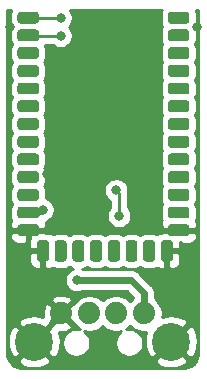
<source format=gbr>
G04 #@! TF.GenerationSoftware,KiCad,Pcbnew,(5.1.5)-3*
G04 #@! TF.CreationDate,2021-04-30T23:34:10+03:00*
G04 #@! TF.ProjectId,HM10USBDongle,484d3130-5553-4424-946f-6e676c652e6b,rev?*
G04 #@! TF.SameCoordinates,Original*
G04 #@! TF.FileFunction,Copper,L1,Top*
G04 #@! TF.FilePolarity,Positive*
%FSLAX46Y46*%
G04 Gerber Fmt 4.6, Leading zero omitted, Abs format (unit mm)*
G04 Created by KiCad (PCBNEW (5.1.5)-3) date 2021-04-30 23:34:10*
%MOMM*%
%LPD*%
G04 APERTURE LIST*
%ADD10C,1.879600*%
%ADD11C,3.215640*%
%ADD12C,0.100000*%
%ADD13C,0.800000*%
%ADD14C,0.250000*%
%ADD15C,0.600000*%
%ADD16C,0.254000*%
G04 APERTURE END LIST*
D10*
X137228580Y-92598240D03*
D11*
X127932180Y-94996000D03*
X139529820Y-94996000D03*
D10*
X130233420Y-92598240D03*
X134856220Y-92598240D03*
X132605780Y-92598240D03*
G04 #@! TA.AperFunction,SMDPad,CuDef*
D12*
G36*
X140845503Y-67055204D02*
G01*
X140869772Y-67058804D01*
X140893570Y-67064765D01*
X140916670Y-67073030D01*
X140938848Y-67083520D01*
X140959892Y-67096133D01*
X140979597Y-67110747D01*
X140997776Y-67127223D01*
X141014252Y-67145402D01*
X141028866Y-67165107D01*
X141041479Y-67186151D01*
X141051969Y-67208329D01*
X141060234Y-67231429D01*
X141066195Y-67255227D01*
X141069795Y-67279496D01*
X141070999Y-67304000D01*
X141070999Y-67804000D01*
X141069795Y-67828504D01*
X141066195Y-67852773D01*
X141060234Y-67876571D01*
X141051969Y-67899671D01*
X141041479Y-67921849D01*
X141028866Y-67942893D01*
X141014252Y-67962598D01*
X140997776Y-67980777D01*
X140979597Y-67997253D01*
X140959892Y-68011867D01*
X140938848Y-68024480D01*
X140916670Y-68034970D01*
X140893570Y-68043235D01*
X140869772Y-68049196D01*
X140845503Y-68052796D01*
X140820999Y-68054000D01*
X139520999Y-68054000D01*
X139496495Y-68052796D01*
X139472226Y-68049196D01*
X139448428Y-68043235D01*
X139425328Y-68034970D01*
X139403150Y-68024480D01*
X139382106Y-68011867D01*
X139362401Y-67997253D01*
X139344222Y-67980777D01*
X139327746Y-67962598D01*
X139313132Y-67942893D01*
X139300519Y-67921849D01*
X139290029Y-67899671D01*
X139281764Y-67876571D01*
X139275803Y-67852773D01*
X139272203Y-67828504D01*
X139270999Y-67804000D01*
X139270999Y-67304000D01*
X139272203Y-67279496D01*
X139275803Y-67255227D01*
X139281764Y-67231429D01*
X139290029Y-67208329D01*
X139300519Y-67186151D01*
X139313132Y-67165107D01*
X139327746Y-67145402D01*
X139344222Y-67127223D01*
X139362401Y-67110747D01*
X139382106Y-67096133D01*
X139403150Y-67083520D01*
X139425328Y-67073030D01*
X139448428Y-67064765D01*
X139472226Y-67058804D01*
X139496495Y-67055204D01*
X139520999Y-67054000D01*
X140820999Y-67054000D01*
X140845503Y-67055204D01*
G37*
G04 #@! TD.AperFunction*
G04 #@! TA.AperFunction,SMDPad,CuDef*
G36*
X140845503Y-68555204D02*
G01*
X140869772Y-68558804D01*
X140893570Y-68564765D01*
X140916670Y-68573030D01*
X140938848Y-68583520D01*
X140959892Y-68596133D01*
X140979597Y-68610747D01*
X140997776Y-68627223D01*
X141014252Y-68645402D01*
X141028866Y-68665107D01*
X141041479Y-68686151D01*
X141051969Y-68708329D01*
X141060234Y-68731429D01*
X141066195Y-68755227D01*
X141069795Y-68779496D01*
X141070999Y-68804000D01*
X141070999Y-69304000D01*
X141069795Y-69328504D01*
X141066195Y-69352773D01*
X141060234Y-69376571D01*
X141051969Y-69399671D01*
X141041479Y-69421849D01*
X141028866Y-69442893D01*
X141014252Y-69462598D01*
X140997776Y-69480777D01*
X140979597Y-69497253D01*
X140959892Y-69511867D01*
X140938848Y-69524480D01*
X140916670Y-69534970D01*
X140893570Y-69543235D01*
X140869772Y-69549196D01*
X140845503Y-69552796D01*
X140820999Y-69554000D01*
X139520999Y-69554000D01*
X139496495Y-69552796D01*
X139472226Y-69549196D01*
X139448428Y-69543235D01*
X139425328Y-69534970D01*
X139403150Y-69524480D01*
X139382106Y-69511867D01*
X139362401Y-69497253D01*
X139344222Y-69480777D01*
X139327746Y-69462598D01*
X139313132Y-69442893D01*
X139300519Y-69421849D01*
X139290029Y-69399671D01*
X139281764Y-69376571D01*
X139275803Y-69352773D01*
X139272203Y-69328504D01*
X139270999Y-69304000D01*
X139270999Y-68804000D01*
X139272203Y-68779496D01*
X139275803Y-68755227D01*
X139281764Y-68731429D01*
X139290029Y-68708329D01*
X139300519Y-68686151D01*
X139313132Y-68665107D01*
X139327746Y-68645402D01*
X139344222Y-68627223D01*
X139362401Y-68610747D01*
X139382106Y-68596133D01*
X139403150Y-68583520D01*
X139425328Y-68573030D01*
X139448428Y-68564765D01*
X139472226Y-68558804D01*
X139496495Y-68555204D01*
X139520999Y-68554000D01*
X140820999Y-68554000D01*
X140845503Y-68555204D01*
G37*
G04 #@! TD.AperFunction*
G04 #@! TA.AperFunction,SMDPad,CuDef*
G36*
X140845503Y-70055204D02*
G01*
X140869772Y-70058804D01*
X140893570Y-70064765D01*
X140916670Y-70073030D01*
X140938848Y-70083520D01*
X140959892Y-70096133D01*
X140979597Y-70110747D01*
X140997776Y-70127223D01*
X141014252Y-70145402D01*
X141028866Y-70165107D01*
X141041479Y-70186151D01*
X141051969Y-70208329D01*
X141060234Y-70231429D01*
X141066195Y-70255227D01*
X141069795Y-70279496D01*
X141070999Y-70304000D01*
X141070999Y-70804000D01*
X141069795Y-70828504D01*
X141066195Y-70852773D01*
X141060234Y-70876571D01*
X141051969Y-70899671D01*
X141041479Y-70921849D01*
X141028866Y-70942893D01*
X141014252Y-70962598D01*
X140997776Y-70980777D01*
X140979597Y-70997253D01*
X140959892Y-71011867D01*
X140938848Y-71024480D01*
X140916670Y-71034970D01*
X140893570Y-71043235D01*
X140869772Y-71049196D01*
X140845503Y-71052796D01*
X140820999Y-71054000D01*
X139520999Y-71054000D01*
X139496495Y-71052796D01*
X139472226Y-71049196D01*
X139448428Y-71043235D01*
X139425328Y-71034970D01*
X139403150Y-71024480D01*
X139382106Y-71011867D01*
X139362401Y-70997253D01*
X139344222Y-70980777D01*
X139327746Y-70962598D01*
X139313132Y-70942893D01*
X139300519Y-70921849D01*
X139290029Y-70899671D01*
X139281764Y-70876571D01*
X139275803Y-70852773D01*
X139272203Y-70828504D01*
X139270999Y-70804000D01*
X139270999Y-70304000D01*
X139272203Y-70279496D01*
X139275803Y-70255227D01*
X139281764Y-70231429D01*
X139290029Y-70208329D01*
X139300519Y-70186151D01*
X139313132Y-70165107D01*
X139327746Y-70145402D01*
X139344222Y-70127223D01*
X139362401Y-70110747D01*
X139382106Y-70096133D01*
X139403150Y-70083520D01*
X139425328Y-70073030D01*
X139448428Y-70064765D01*
X139472226Y-70058804D01*
X139496495Y-70055204D01*
X139520999Y-70054000D01*
X140820999Y-70054000D01*
X140845503Y-70055204D01*
G37*
G04 #@! TD.AperFunction*
G04 #@! TA.AperFunction,SMDPad,CuDef*
G36*
X140845503Y-71555204D02*
G01*
X140869772Y-71558804D01*
X140893570Y-71564765D01*
X140916670Y-71573030D01*
X140938848Y-71583520D01*
X140959892Y-71596133D01*
X140979597Y-71610747D01*
X140997776Y-71627223D01*
X141014252Y-71645402D01*
X141028866Y-71665107D01*
X141041479Y-71686151D01*
X141051969Y-71708329D01*
X141060234Y-71731429D01*
X141066195Y-71755227D01*
X141069795Y-71779496D01*
X141070999Y-71804000D01*
X141070999Y-72304000D01*
X141069795Y-72328504D01*
X141066195Y-72352773D01*
X141060234Y-72376571D01*
X141051969Y-72399671D01*
X141041479Y-72421849D01*
X141028866Y-72442893D01*
X141014252Y-72462598D01*
X140997776Y-72480777D01*
X140979597Y-72497253D01*
X140959892Y-72511867D01*
X140938848Y-72524480D01*
X140916670Y-72534970D01*
X140893570Y-72543235D01*
X140869772Y-72549196D01*
X140845503Y-72552796D01*
X140820999Y-72554000D01*
X139520999Y-72554000D01*
X139496495Y-72552796D01*
X139472226Y-72549196D01*
X139448428Y-72543235D01*
X139425328Y-72534970D01*
X139403150Y-72524480D01*
X139382106Y-72511867D01*
X139362401Y-72497253D01*
X139344222Y-72480777D01*
X139327746Y-72462598D01*
X139313132Y-72442893D01*
X139300519Y-72421849D01*
X139290029Y-72399671D01*
X139281764Y-72376571D01*
X139275803Y-72352773D01*
X139272203Y-72328504D01*
X139270999Y-72304000D01*
X139270999Y-71804000D01*
X139272203Y-71779496D01*
X139275803Y-71755227D01*
X139281764Y-71731429D01*
X139290029Y-71708329D01*
X139300519Y-71686151D01*
X139313132Y-71665107D01*
X139327746Y-71645402D01*
X139344222Y-71627223D01*
X139362401Y-71610747D01*
X139382106Y-71596133D01*
X139403150Y-71583520D01*
X139425328Y-71573030D01*
X139448428Y-71564765D01*
X139472226Y-71558804D01*
X139496495Y-71555204D01*
X139520999Y-71554000D01*
X140820999Y-71554000D01*
X140845503Y-71555204D01*
G37*
G04 #@! TD.AperFunction*
G04 #@! TA.AperFunction,SMDPad,CuDef*
G36*
X140845503Y-73055204D02*
G01*
X140869772Y-73058804D01*
X140893570Y-73064765D01*
X140916670Y-73073030D01*
X140938848Y-73083520D01*
X140959892Y-73096133D01*
X140979597Y-73110747D01*
X140997776Y-73127223D01*
X141014252Y-73145402D01*
X141028866Y-73165107D01*
X141041479Y-73186151D01*
X141051969Y-73208329D01*
X141060234Y-73231429D01*
X141066195Y-73255227D01*
X141069795Y-73279496D01*
X141070999Y-73304000D01*
X141070999Y-73804000D01*
X141069795Y-73828504D01*
X141066195Y-73852773D01*
X141060234Y-73876571D01*
X141051969Y-73899671D01*
X141041479Y-73921849D01*
X141028866Y-73942893D01*
X141014252Y-73962598D01*
X140997776Y-73980777D01*
X140979597Y-73997253D01*
X140959892Y-74011867D01*
X140938848Y-74024480D01*
X140916670Y-74034970D01*
X140893570Y-74043235D01*
X140869772Y-74049196D01*
X140845503Y-74052796D01*
X140820999Y-74054000D01*
X139520999Y-74054000D01*
X139496495Y-74052796D01*
X139472226Y-74049196D01*
X139448428Y-74043235D01*
X139425328Y-74034970D01*
X139403150Y-74024480D01*
X139382106Y-74011867D01*
X139362401Y-73997253D01*
X139344222Y-73980777D01*
X139327746Y-73962598D01*
X139313132Y-73942893D01*
X139300519Y-73921849D01*
X139290029Y-73899671D01*
X139281764Y-73876571D01*
X139275803Y-73852773D01*
X139272203Y-73828504D01*
X139270999Y-73804000D01*
X139270999Y-73304000D01*
X139272203Y-73279496D01*
X139275803Y-73255227D01*
X139281764Y-73231429D01*
X139290029Y-73208329D01*
X139300519Y-73186151D01*
X139313132Y-73165107D01*
X139327746Y-73145402D01*
X139344222Y-73127223D01*
X139362401Y-73110747D01*
X139382106Y-73096133D01*
X139403150Y-73083520D01*
X139425328Y-73073030D01*
X139448428Y-73064765D01*
X139472226Y-73058804D01*
X139496495Y-73055204D01*
X139520999Y-73054000D01*
X140820999Y-73054000D01*
X140845503Y-73055204D01*
G37*
G04 #@! TD.AperFunction*
G04 #@! TA.AperFunction,SMDPad,CuDef*
G36*
X140845503Y-74555204D02*
G01*
X140869772Y-74558804D01*
X140893570Y-74564765D01*
X140916670Y-74573030D01*
X140938848Y-74583520D01*
X140959892Y-74596133D01*
X140979597Y-74610747D01*
X140997776Y-74627223D01*
X141014252Y-74645402D01*
X141028866Y-74665107D01*
X141041479Y-74686151D01*
X141051969Y-74708329D01*
X141060234Y-74731429D01*
X141066195Y-74755227D01*
X141069795Y-74779496D01*
X141070999Y-74804000D01*
X141070999Y-75304000D01*
X141069795Y-75328504D01*
X141066195Y-75352773D01*
X141060234Y-75376571D01*
X141051969Y-75399671D01*
X141041479Y-75421849D01*
X141028866Y-75442893D01*
X141014252Y-75462598D01*
X140997776Y-75480777D01*
X140979597Y-75497253D01*
X140959892Y-75511867D01*
X140938848Y-75524480D01*
X140916670Y-75534970D01*
X140893570Y-75543235D01*
X140869772Y-75549196D01*
X140845503Y-75552796D01*
X140820999Y-75554000D01*
X139520999Y-75554000D01*
X139496495Y-75552796D01*
X139472226Y-75549196D01*
X139448428Y-75543235D01*
X139425328Y-75534970D01*
X139403150Y-75524480D01*
X139382106Y-75511867D01*
X139362401Y-75497253D01*
X139344222Y-75480777D01*
X139327746Y-75462598D01*
X139313132Y-75442893D01*
X139300519Y-75421849D01*
X139290029Y-75399671D01*
X139281764Y-75376571D01*
X139275803Y-75352773D01*
X139272203Y-75328504D01*
X139270999Y-75304000D01*
X139270999Y-74804000D01*
X139272203Y-74779496D01*
X139275803Y-74755227D01*
X139281764Y-74731429D01*
X139290029Y-74708329D01*
X139300519Y-74686151D01*
X139313132Y-74665107D01*
X139327746Y-74645402D01*
X139344222Y-74627223D01*
X139362401Y-74610747D01*
X139382106Y-74596133D01*
X139403150Y-74583520D01*
X139425328Y-74573030D01*
X139448428Y-74564765D01*
X139472226Y-74558804D01*
X139496495Y-74555204D01*
X139520999Y-74554000D01*
X140820999Y-74554000D01*
X140845503Y-74555204D01*
G37*
G04 #@! TD.AperFunction*
G04 #@! TA.AperFunction,SMDPad,CuDef*
G36*
X140845503Y-76055204D02*
G01*
X140869772Y-76058804D01*
X140893570Y-76064765D01*
X140916670Y-76073030D01*
X140938848Y-76083520D01*
X140959892Y-76096133D01*
X140979597Y-76110747D01*
X140997776Y-76127223D01*
X141014252Y-76145402D01*
X141028866Y-76165107D01*
X141041479Y-76186151D01*
X141051969Y-76208329D01*
X141060234Y-76231429D01*
X141066195Y-76255227D01*
X141069795Y-76279496D01*
X141070999Y-76304000D01*
X141070999Y-76804000D01*
X141069795Y-76828504D01*
X141066195Y-76852773D01*
X141060234Y-76876571D01*
X141051969Y-76899671D01*
X141041479Y-76921849D01*
X141028866Y-76942893D01*
X141014252Y-76962598D01*
X140997776Y-76980777D01*
X140979597Y-76997253D01*
X140959892Y-77011867D01*
X140938848Y-77024480D01*
X140916670Y-77034970D01*
X140893570Y-77043235D01*
X140869772Y-77049196D01*
X140845503Y-77052796D01*
X140820999Y-77054000D01*
X139520999Y-77054000D01*
X139496495Y-77052796D01*
X139472226Y-77049196D01*
X139448428Y-77043235D01*
X139425328Y-77034970D01*
X139403150Y-77024480D01*
X139382106Y-77011867D01*
X139362401Y-76997253D01*
X139344222Y-76980777D01*
X139327746Y-76962598D01*
X139313132Y-76942893D01*
X139300519Y-76921849D01*
X139290029Y-76899671D01*
X139281764Y-76876571D01*
X139275803Y-76852773D01*
X139272203Y-76828504D01*
X139270999Y-76804000D01*
X139270999Y-76304000D01*
X139272203Y-76279496D01*
X139275803Y-76255227D01*
X139281764Y-76231429D01*
X139290029Y-76208329D01*
X139300519Y-76186151D01*
X139313132Y-76165107D01*
X139327746Y-76145402D01*
X139344222Y-76127223D01*
X139362401Y-76110747D01*
X139382106Y-76096133D01*
X139403150Y-76083520D01*
X139425328Y-76073030D01*
X139448428Y-76064765D01*
X139472226Y-76058804D01*
X139496495Y-76055204D01*
X139520999Y-76054000D01*
X140820999Y-76054000D01*
X140845503Y-76055204D01*
G37*
G04 #@! TD.AperFunction*
G04 #@! TA.AperFunction,SMDPad,CuDef*
G36*
X140845503Y-77555204D02*
G01*
X140869772Y-77558804D01*
X140893570Y-77564765D01*
X140916670Y-77573030D01*
X140938848Y-77583520D01*
X140959892Y-77596133D01*
X140979597Y-77610747D01*
X140997776Y-77627223D01*
X141014252Y-77645402D01*
X141028866Y-77665107D01*
X141041479Y-77686151D01*
X141051969Y-77708329D01*
X141060234Y-77731429D01*
X141066195Y-77755227D01*
X141069795Y-77779496D01*
X141070999Y-77804000D01*
X141070999Y-78304000D01*
X141069795Y-78328504D01*
X141066195Y-78352773D01*
X141060234Y-78376571D01*
X141051969Y-78399671D01*
X141041479Y-78421849D01*
X141028866Y-78442893D01*
X141014252Y-78462598D01*
X140997776Y-78480777D01*
X140979597Y-78497253D01*
X140959892Y-78511867D01*
X140938848Y-78524480D01*
X140916670Y-78534970D01*
X140893570Y-78543235D01*
X140869772Y-78549196D01*
X140845503Y-78552796D01*
X140820999Y-78554000D01*
X139520999Y-78554000D01*
X139496495Y-78552796D01*
X139472226Y-78549196D01*
X139448428Y-78543235D01*
X139425328Y-78534970D01*
X139403150Y-78524480D01*
X139382106Y-78511867D01*
X139362401Y-78497253D01*
X139344222Y-78480777D01*
X139327746Y-78462598D01*
X139313132Y-78442893D01*
X139300519Y-78421849D01*
X139290029Y-78399671D01*
X139281764Y-78376571D01*
X139275803Y-78352773D01*
X139272203Y-78328504D01*
X139270999Y-78304000D01*
X139270999Y-77804000D01*
X139272203Y-77779496D01*
X139275803Y-77755227D01*
X139281764Y-77731429D01*
X139290029Y-77708329D01*
X139300519Y-77686151D01*
X139313132Y-77665107D01*
X139327746Y-77645402D01*
X139344222Y-77627223D01*
X139362401Y-77610747D01*
X139382106Y-77596133D01*
X139403150Y-77583520D01*
X139425328Y-77573030D01*
X139448428Y-77564765D01*
X139472226Y-77558804D01*
X139496495Y-77555204D01*
X139520999Y-77554000D01*
X140820999Y-77554000D01*
X140845503Y-77555204D01*
G37*
G04 #@! TD.AperFunction*
G04 #@! TA.AperFunction,SMDPad,CuDef*
G36*
X140845503Y-79055204D02*
G01*
X140869772Y-79058804D01*
X140893570Y-79064765D01*
X140916670Y-79073030D01*
X140938848Y-79083520D01*
X140959892Y-79096133D01*
X140979597Y-79110747D01*
X140997776Y-79127223D01*
X141014252Y-79145402D01*
X141028866Y-79165107D01*
X141041479Y-79186151D01*
X141051969Y-79208329D01*
X141060234Y-79231429D01*
X141066195Y-79255227D01*
X141069795Y-79279496D01*
X141070999Y-79304000D01*
X141070999Y-79804000D01*
X141069795Y-79828504D01*
X141066195Y-79852773D01*
X141060234Y-79876571D01*
X141051969Y-79899671D01*
X141041479Y-79921849D01*
X141028866Y-79942893D01*
X141014252Y-79962598D01*
X140997776Y-79980777D01*
X140979597Y-79997253D01*
X140959892Y-80011867D01*
X140938848Y-80024480D01*
X140916670Y-80034970D01*
X140893570Y-80043235D01*
X140869772Y-80049196D01*
X140845503Y-80052796D01*
X140820999Y-80054000D01*
X139520999Y-80054000D01*
X139496495Y-80052796D01*
X139472226Y-80049196D01*
X139448428Y-80043235D01*
X139425328Y-80034970D01*
X139403150Y-80024480D01*
X139382106Y-80011867D01*
X139362401Y-79997253D01*
X139344222Y-79980777D01*
X139327746Y-79962598D01*
X139313132Y-79942893D01*
X139300519Y-79921849D01*
X139290029Y-79899671D01*
X139281764Y-79876571D01*
X139275803Y-79852773D01*
X139272203Y-79828504D01*
X139270999Y-79804000D01*
X139270999Y-79304000D01*
X139272203Y-79279496D01*
X139275803Y-79255227D01*
X139281764Y-79231429D01*
X139290029Y-79208329D01*
X139300519Y-79186151D01*
X139313132Y-79165107D01*
X139327746Y-79145402D01*
X139344222Y-79127223D01*
X139362401Y-79110747D01*
X139382106Y-79096133D01*
X139403150Y-79083520D01*
X139425328Y-79073030D01*
X139448428Y-79064765D01*
X139472226Y-79058804D01*
X139496495Y-79055204D01*
X139520999Y-79054000D01*
X140820999Y-79054000D01*
X140845503Y-79055204D01*
G37*
G04 #@! TD.AperFunction*
G04 #@! TA.AperFunction,SMDPad,CuDef*
G36*
X140845503Y-80555204D02*
G01*
X140869772Y-80558804D01*
X140893570Y-80564765D01*
X140916670Y-80573030D01*
X140938848Y-80583520D01*
X140959892Y-80596133D01*
X140979597Y-80610747D01*
X140997776Y-80627223D01*
X141014252Y-80645402D01*
X141028866Y-80665107D01*
X141041479Y-80686151D01*
X141051969Y-80708329D01*
X141060234Y-80731429D01*
X141066195Y-80755227D01*
X141069795Y-80779496D01*
X141070999Y-80804000D01*
X141070999Y-81304000D01*
X141069795Y-81328504D01*
X141066195Y-81352773D01*
X141060234Y-81376571D01*
X141051969Y-81399671D01*
X141041479Y-81421849D01*
X141028866Y-81442893D01*
X141014252Y-81462598D01*
X140997776Y-81480777D01*
X140979597Y-81497253D01*
X140959892Y-81511867D01*
X140938848Y-81524480D01*
X140916670Y-81534970D01*
X140893570Y-81543235D01*
X140869772Y-81549196D01*
X140845503Y-81552796D01*
X140820999Y-81554000D01*
X139520999Y-81554000D01*
X139496495Y-81552796D01*
X139472226Y-81549196D01*
X139448428Y-81543235D01*
X139425328Y-81534970D01*
X139403150Y-81524480D01*
X139382106Y-81511867D01*
X139362401Y-81497253D01*
X139344222Y-81480777D01*
X139327746Y-81462598D01*
X139313132Y-81442893D01*
X139300519Y-81421849D01*
X139290029Y-81399671D01*
X139281764Y-81376571D01*
X139275803Y-81352773D01*
X139272203Y-81328504D01*
X139270999Y-81304000D01*
X139270999Y-80804000D01*
X139272203Y-80779496D01*
X139275803Y-80755227D01*
X139281764Y-80731429D01*
X139290029Y-80708329D01*
X139300519Y-80686151D01*
X139313132Y-80665107D01*
X139327746Y-80645402D01*
X139344222Y-80627223D01*
X139362401Y-80610747D01*
X139382106Y-80596133D01*
X139403150Y-80583520D01*
X139425328Y-80573030D01*
X139448428Y-80564765D01*
X139472226Y-80558804D01*
X139496495Y-80555204D01*
X139520999Y-80554000D01*
X140820999Y-80554000D01*
X140845503Y-80555204D01*
G37*
G04 #@! TD.AperFunction*
G04 #@! TA.AperFunction,SMDPad,CuDef*
G36*
X140845503Y-82055204D02*
G01*
X140869772Y-82058804D01*
X140893570Y-82064765D01*
X140916670Y-82073030D01*
X140938848Y-82083520D01*
X140959892Y-82096133D01*
X140979597Y-82110747D01*
X140997776Y-82127223D01*
X141014252Y-82145402D01*
X141028866Y-82165107D01*
X141041479Y-82186151D01*
X141051969Y-82208329D01*
X141060234Y-82231429D01*
X141066195Y-82255227D01*
X141069795Y-82279496D01*
X141070999Y-82304000D01*
X141070999Y-82804000D01*
X141069795Y-82828504D01*
X141066195Y-82852773D01*
X141060234Y-82876571D01*
X141051969Y-82899671D01*
X141041479Y-82921849D01*
X141028866Y-82942893D01*
X141014252Y-82962598D01*
X140997776Y-82980777D01*
X140979597Y-82997253D01*
X140959892Y-83011867D01*
X140938848Y-83024480D01*
X140916670Y-83034970D01*
X140893570Y-83043235D01*
X140869772Y-83049196D01*
X140845503Y-83052796D01*
X140820999Y-83054000D01*
X139520999Y-83054000D01*
X139496495Y-83052796D01*
X139472226Y-83049196D01*
X139448428Y-83043235D01*
X139425328Y-83034970D01*
X139403150Y-83024480D01*
X139382106Y-83011867D01*
X139362401Y-82997253D01*
X139344222Y-82980777D01*
X139327746Y-82962598D01*
X139313132Y-82942893D01*
X139300519Y-82921849D01*
X139290029Y-82899671D01*
X139281764Y-82876571D01*
X139275803Y-82852773D01*
X139272203Y-82828504D01*
X139270999Y-82804000D01*
X139270999Y-82304000D01*
X139272203Y-82279496D01*
X139275803Y-82255227D01*
X139281764Y-82231429D01*
X139290029Y-82208329D01*
X139300519Y-82186151D01*
X139313132Y-82165107D01*
X139327746Y-82145402D01*
X139344222Y-82127223D01*
X139362401Y-82110747D01*
X139382106Y-82096133D01*
X139403150Y-82083520D01*
X139425328Y-82073030D01*
X139448428Y-82064765D01*
X139472226Y-82058804D01*
X139496495Y-82055204D01*
X139520999Y-82054000D01*
X140820999Y-82054000D01*
X140845503Y-82055204D01*
G37*
G04 #@! TD.AperFunction*
G04 #@! TA.AperFunction,SMDPad,CuDef*
G36*
X140845503Y-83555204D02*
G01*
X140869772Y-83558804D01*
X140893570Y-83564765D01*
X140916670Y-83573030D01*
X140938848Y-83583520D01*
X140959892Y-83596133D01*
X140979597Y-83610747D01*
X140997776Y-83627223D01*
X141014252Y-83645402D01*
X141028866Y-83665107D01*
X141041479Y-83686151D01*
X141051969Y-83708329D01*
X141060234Y-83731429D01*
X141066195Y-83755227D01*
X141069795Y-83779496D01*
X141070999Y-83804000D01*
X141070999Y-84304000D01*
X141069795Y-84328504D01*
X141066195Y-84352773D01*
X141060234Y-84376571D01*
X141051969Y-84399671D01*
X141041479Y-84421849D01*
X141028866Y-84442893D01*
X141014252Y-84462598D01*
X140997776Y-84480777D01*
X140979597Y-84497253D01*
X140959892Y-84511867D01*
X140938848Y-84524480D01*
X140916670Y-84534970D01*
X140893570Y-84543235D01*
X140869772Y-84549196D01*
X140845503Y-84552796D01*
X140820999Y-84554000D01*
X139520999Y-84554000D01*
X139496495Y-84552796D01*
X139472226Y-84549196D01*
X139448428Y-84543235D01*
X139425328Y-84534970D01*
X139403150Y-84524480D01*
X139382106Y-84511867D01*
X139362401Y-84497253D01*
X139344222Y-84480777D01*
X139327746Y-84462598D01*
X139313132Y-84442893D01*
X139300519Y-84421849D01*
X139290029Y-84399671D01*
X139281764Y-84376571D01*
X139275803Y-84352773D01*
X139272203Y-84328504D01*
X139270999Y-84304000D01*
X139270999Y-83804000D01*
X139272203Y-83779496D01*
X139275803Y-83755227D01*
X139281764Y-83731429D01*
X139290029Y-83708329D01*
X139300519Y-83686151D01*
X139313132Y-83665107D01*
X139327746Y-83645402D01*
X139344222Y-83627223D01*
X139362401Y-83610747D01*
X139382106Y-83596133D01*
X139403150Y-83583520D01*
X139425328Y-83573030D01*
X139448428Y-83564765D01*
X139472226Y-83558804D01*
X139496495Y-83555204D01*
X139520999Y-83554000D01*
X140820999Y-83554000D01*
X140845503Y-83555204D01*
G37*
G04 #@! TD.AperFunction*
G04 #@! TA.AperFunction,SMDPad,CuDef*
G36*
X140845503Y-85055204D02*
G01*
X140869772Y-85058804D01*
X140893570Y-85064765D01*
X140916670Y-85073030D01*
X140938848Y-85083520D01*
X140959892Y-85096133D01*
X140979597Y-85110747D01*
X140997776Y-85127223D01*
X141014252Y-85145402D01*
X141028866Y-85165107D01*
X141041479Y-85186151D01*
X141051969Y-85208329D01*
X141060234Y-85231429D01*
X141066195Y-85255227D01*
X141069795Y-85279496D01*
X141070999Y-85304000D01*
X141070999Y-85804000D01*
X141069795Y-85828504D01*
X141066195Y-85852773D01*
X141060234Y-85876571D01*
X141051969Y-85899671D01*
X141041479Y-85921849D01*
X141028866Y-85942893D01*
X141014252Y-85962598D01*
X140997776Y-85980777D01*
X140979597Y-85997253D01*
X140959892Y-86011867D01*
X140938848Y-86024480D01*
X140916670Y-86034970D01*
X140893570Y-86043235D01*
X140869772Y-86049196D01*
X140845503Y-86052796D01*
X140820999Y-86054000D01*
X139520999Y-86054000D01*
X139496495Y-86052796D01*
X139472226Y-86049196D01*
X139448428Y-86043235D01*
X139425328Y-86034970D01*
X139403150Y-86024480D01*
X139382106Y-86011867D01*
X139362401Y-85997253D01*
X139344222Y-85980777D01*
X139327746Y-85962598D01*
X139313132Y-85942893D01*
X139300519Y-85921849D01*
X139290029Y-85899671D01*
X139281764Y-85876571D01*
X139275803Y-85852773D01*
X139272203Y-85828504D01*
X139270999Y-85804000D01*
X139270999Y-85304000D01*
X139272203Y-85279496D01*
X139275803Y-85255227D01*
X139281764Y-85231429D01*
X139290029Y-85208329D01*
X139300519Y-85186151D01*
X139313132Y-85165107D01*
X139327746Y-85145402D01*
X139344222Y-85127223D01*
X139362401Y-85110747D01*
X139382106Y-85096133D01*
X139403150Y-85083520D01*
X139425328Y-85073030D01*
X139448428Y-85064765D01*
X139472226Y-85058804D01*
X139496495Y-85055204D01*
X139520999Y-85054000D01*
X140820999Y-85054000D01*
X140845503Y-85055204D01*
G37*
G04 #@! TD.AperFunction*
G04 #@! TA.AperFunction,SMDPad,CuDef*
G36*
X139445503Y-86405204D02*
G01*
X139469772Y-86408804D01*
X139493570Y-86414765D01*
X139516670Y-86423030D01*
X139538848Y-86433520D01*
X139559892Y-86446133D01*
X139579597Y-86460747D01*
X139597776Y-86477223D01*
X139614252Y-86495402D01*
X139628866Y-86515107D01*
X139641479Y-86536151D01*
X139651969Y-86558329D01*
X139660234Y-86581429D01*
X139666195Y-86605227D01*
X139669795Y-86629496D01*
X139670999Y-86654000D01*
X139670999Y-87954000D01*
X139669795Y-87978504D01*
X139666195Y-88002773D01*
X139660234Y-88026571D01*
X139651969Y-88049671D01*
X139641479Y-88071849D01*
X139628866Y-88092893D01*
X139614252Y-88112598D01*
X139597776Y-88130777D01*
X139579597Y-88147253D01*
X139559892Y-88161867D01*
X139538848Y-88174480D01*
X139516670Y-88184970D01*
X139493570Y-88193235D01*
X139469772Y-88199196D01*
X139445503Y-88202796D01*
X139420999Y-88204000D01*
X138920999Y-88204000D01*
X138896495Y-88202796D01*
X138872226Y-88199196D01*
X138848428Y-88193235D01*
X138825328Y-88184970D01*
X138803150Y-88174480D01*
X138782106Y-88161867D01*
X138762401Y-88147253D01*
X138744222Y-88130777D01*
X138727746Y-88112598D01*
X138713132Y-88092893D01*
X138700519Y-88071849D01*
X138690029Y-88049671D01*
X138681764Y-88026571D01*
X138675803Y-88002773D01*
X138672203Y-87978504D01*
X138670999Y-87954000D01*
X138670999Y-86654000D01*
X138672203Y-86629496D01*
X138675803Y-86605227D01*
X138681764Y-86581429D01*
X138690029Y-86558329D01*
X138700519Y-86536151D01*
X138713132Y-86515107D01*
X138727746Y-86495402D01*
X138744222Y-86477223D01*
X138762401Y-86460747D01*
X138782106Y-86446133D01*
X138803150Y-86433520D01*
X138825328Y-86423030D01*
X138848428Y-86414765D01*
X138872226Y-86408804D01*
X138896495Y-86405204D01*
X138920999Y-86404000D01*
X139420999Y-86404000D01*
X139445503Y-86405204D01*
G37*
G04 #@! TD.AperFunction*
G04 #@! TA.AperFunction,SMDPad,CuDef*
G36*
X137945503Y-86405204D02*
G01*
X137969772Y-86408804D01*
X137993570Y-86414765D01*
X138016670Y-86423030D01*
X138038848Y-86433520D01*
X138059892Y-86446133D01*
X138079597Y-86460747D01*
X138097776Y-86477223D01*
X138114252Y-86495402D01*
X138128866Y-86515107D01*
X138141479Y-86536151D01*
X138151969Y-86558329D01*
X138160234Y-86581429D01*
X138166195Y-86605227D01*
X138169795Y-86629496D01*
X138170999Y-86654000D01*
X138170999Y-87954000D01*
X138169795Y-87978504D01*
X138166195Y-88002773D01*
X138160234Y-88026571D01*
X138151969Y-88049671D01*
X138141479Y-88071849D01*
X138128866Y-88092893D01*
X138114252Y-88112598D01*
X138097776Y-88130777D01*
X138079597Y-88147253D01*
X138059892Y-88161867D01*
X138038848Y-88174480D01*
X138016670Y-88184970D01*
X137993570Y-88193235D01*
X137969772Y-88199196D01*
X137945503Y-88202796D01*
X137920999Y-88204000D01*
X137420999Y-88204000D01*
X137396495Y-88202796D01*
X137372226Y-88199196D01*
X137348428Y-88193235D01*
X137325328Y-88184970D01*
X137303150Y-88174480D01*
X137282106Y-88161867D01*
X137262401Y-88147253D01*
X137244222Y-88130777D01*
X137227746Y-88112598D01*
X137213132Y-88092893D01*
X137200519Y-88071849D01*
X137190029Y-88049671D01*
X137181764Y-88026571D01*
X137175803Y-88002773D01*
X137172203Y-87978504D01*
X137170999Y-87954000D01*
X137170999Y-86654000D01*
X137172203Y-86629496D01*
X137175803Y-86605227D01*
X137181764Y-86581429D01*
X137190029Y-86558329D01*
X137200519Y-86536151D01*
X137213132Y-86515107D01*
X137227746Y-86495402D01*
X137244222Y-86477223D01*
X137262401Y-86460747D01*
X137282106Y-86446133D01*
X137303150Y-86433520D01*
X137325328Y-86423030D01*
X137348428Y-86414765D01*
X137372226Y-86408804D01*
X137396495Y-86405204D01*
X137420999Y-86404000D01*
X137920999Y-86404000D01*
X137945503Y-86405204D01*
G37*
G04 #@! TD.AperFunction*
G04 #@! TA.AperFunction,SMDPad,CuDef*
G36*
X136445503Y-86405204D02*
G01*
X136469772Y-86408804D01*
X136493570Y-86414765D01*
X136516670Y-86423030D01*
X136538848Y-86433520D01*
X136559892Y-86446133D01*
X136579597Y-86460747D01*
X136597776Y-86477223D01*
X136614252Y-86495402D01*
X136628866Y-86515107D01*
X136641479Y-86536151D01*
X136651969Y-86558329D01*
X136660234Y-86581429D01*
X136666195Y-86605227D01*
X136669795Y-86629496D01*
X136670999Y-86654000D01*
X136670999Y-87954000D01*
X136669795Y-87978504D01*
X136666195Y-88002773D01*
X136660234Y-88026571D01*
X136651969Y-88049671D01*
X136641479Y-88071849D01*
X136628866Y-88092893D01*
X136614252Y-88112598D01*
X136597776Y-88130777D01*
X136579597Y-88147253D01*
X136559892Y-88161867D01*
X136538848Y-88174480D01*
X136516670Y-88184970D01*
X136493570Y-88193235D01*
X136469772Y-88199196D01*
X136445503Y-88202796D01*
X136420999Y-88204000D01*
X135920999Y-88204000D01*
X135896495Y-88202796D01*
X135872226Y-88199196D01*
X135848428Y-88193235D01*
X135825328Y-88184970D01*
X135803150Y-88174480D01*
X135782106Y-88161867D01*
X135762401Y-88147253D01*
X135744222Y-88130777D01*
X135727746Y-88112598D01*
X135713132Y-88092893D01*
X135700519Y-88071849D01*
X135690029Y-88049671D01*
X135681764Y-88026571D01*
X135675803Y-88002773D01*
X135672203Y-87978504D01*
X135670999Y-87954000D01*
X135670999Y-86654000D01*
X135672203Y-86629496D01*
X135675803Y-86605227D01*
X135681764Y-86581429D01*
X135690029Y-86558329D01*
X135700519Y-86536151D01*
X135713132Y-86515107D01*
X135727746Y-86495402D01*
X135744222Y-86477223D01*
X135762401Y-86460747D01*
X135782106Y-86446133D01*
X135803150Y-86433520D01*
X135825328Y-86423030D01*
X135848428Y-86414765D01*
X135872226Y-86408804D01*
X135896495Y-86405204D01*
X135920999Y-86404000D01*
X136420999Y-86404000D01*
X136445503Y-86405204D01*
G37*
G04 #@! TD.AperFunction*
G04 #@! TA.AperFunction,SMDPad,CuDef*
G36*
X134945503Y-86405204D02*
G01*
X134969772Y-86408804D01*
X134993570Y-86414765D01*
X135016670Y-86423030D01*
X135038848Y-86433520D01*
X135059892Y-86446133D01*
X135079597Y-86460747D01*
X135097776Y-86477223D01*
X135114252Y-86495402D01*
X135128866Y-86515107D01*
X135141479Y-86536151D01*
X135151969Y-86558329D01*
X135160234Y-86581429D01*
X135166195Y-86605227D01*
X135169795Y-86629496D01*
X135170999Y-86654000D01*
X135170999Y-87954000D01*
X135169795Y-87978504D01*
X135166195Y-88002773D01*
X135160234Y-88026571D01*
X135151969Y-88049671D01*
X135141479Y-88071849D01*
X135128866Y-88092893D01*
X135114252Y-88112598D01*
X135097776Y-88130777D01*
X135079597Y-88147253D01*
X135059892Y-88161867D01*
X135038848Y-88174480D01*
X135016670Y-88184970D01*
X134993570Y-88193235D01*
X134969772Y-88199196D01*
X134945503Y-88202796D01*
X134920999Y-88204000D01*
X134420999Y-88204000D01*
X134396495Y-88202796D01*
X134372226Y-88199196D01*
X134348428Y-88193235D01*
X134325328Y-88184970D01*
X134303150Y-88174480D01*
X134282106Y-88161867D01*
X134262401Y-88147253D01*
X134244222Y-88130777D01*
X134227746Y-88112598D01*
X134213132Y-88092893D01*
X134200519Y-88071849D01*
X134190029Y-88049671D01*
X134181764Y-88026571D01*
X134175803Y-88002773D01*
X134172203Y-87978504D01*
X134170999Y-87954000D01*
X134170999Y-86654000D01*
X134172203Y-86629496D01*
X134175803Y-86605227D01*
X134181764Y-86581429D01*
X134190029Y-86558329D01*
X134200519Y-86536151D01*
X134213132Y-86515107D01*
X134227746Y-86495402D01*
X134244222Y-86477223D01*
X134262401Y-86460747D01*
X134282106Y-86446133D01*
X134303150Y-86433520D01*
X134325328Y-86423030D01*
X134348428Y-86414765D01*
X134372226Y-86408804D01*
X134396495Y-86405204D01*
X134420999Y-86404000D01*
X134920999Y-86404000D01*
X134945503Y-86405204D01*
G37*
G04 #@! TD.AperFunction*
G04 #@! TA.AperFunction,SMDPad,CuDef*
G36*
X133445503Y-86405204D02*
G01*
X133469772Y-86408804D01*
X133493570Y-86414765D01*
X133516670Y-86423030D01*
X133538848Y-86433520D01*
X133559892Y-86446133D01*
X133579597Y-86460747D01*
X133597776Y-86477223D01*
X133614252Y-86495402D01*
X133628866Y-86515107D01*
X133641479Y-86536151D01*
X133651969Y-86558329D01*
X133660234Y-86581429D01*
X133666195Y-86605227D01*
X133669795Y-86629496D01*
X133670999Y-86654000D01*
X133670999Y-87954000D01*
X133669795Y-87978504D01*
X133666195Y-88002773D01*
X133660234Y-88026571D01*
X133651969Y-88049671D01*
X133641479Y-88071849D01*
X133628866Y-88092893D01*
X133614252Y-88112598D01*
X133597776Y-88130777D01*
X133579597Y-88147253D01*
X133559892Y-88161867D01*
X133538848Y-88174480D01*
X133516670Y-88184970D01*
X133493570Y-88193235D01*
X133469772Y-88199196D01*
X133445503Y-88202796D01*
X133420999Y-88204000D01*
X132920999Y-88204000D01*
X132896495Y-88202796D01*
X132872226Y-88199196D01*
X132848428Y-88193235D01*
X132825328Y-88184970D01*
X132803150Y-88174480D01*
X132782106Y-88161867D01*
X132762401Y-88147253D01*
X132744222Y-88130777D01*
X132727746Y-88112598D01*
X132713132Y-88092893D01*
X132700519Y-88071849D01*
X132690029Y-88049671D01*
X132681764Y-88026571D01*
X132675803Y-88002773D01*
X132672203Y-87978504D01*
X132670999Y-87954000D01*
X132670999Y-86654000D01*
X132672203Y-86629496D01*
X132675803Y-86605227D01*
X132681764Y-86581429D01*
X132690029Y-86558329D01*
X132700519Y-86536151D01*
X132713132Y-86515107D01*
X132727746Y-86495402D01*
X132744222Y-86477223D01*
X132762401Y-86460747D01*
X132782106Y-86446133D01*
X132803150Y-86433520D01*
X132825328Y-86423030D01*
X132848428Y-86414765D01*
X132872226Y-86408804D01*
X132896495Y-86405204D01*
X132920999Y-86404000D01*
X133420999Y-86404000D01*
X133445503Y-86405204D01*
G37*
G04 #@! TD.AperFunction*
G04 #@! TA.AperFunction,SMDPad,CuDef*
G36*
X131945503Y-86405204D02*
G01*
X131969772Y-86408804D01*
X131993570Y-86414765D01*
X132016670Y-86423030D01*
X132038848Y-86433520D01*
X132059892Y-86446133D01*
X132079597Y-86460747D01*
X132097776Y-86477223D01*
X132114252Y-86495402D01*
X132128866Y-86515107D01*
X132141479Y-86536151D01*
X132151969Y-86558329D01*
X132160234Y-86581429D01*
X132166195Y-86605227D01*
X132169795Y-86629496D01*
X132170999Y-86654000D01*
X132170999Y-87954000D01*
X132169795Y-87978504D01*
X132166195Y-88002773D01*
X132160234Y-88026571D01*
X132151969Y-88049671D01*
X132141479Y-88071849D01*
X132128866Y-88092893D01*
X132114252Y-88112598D01*
X132097776Y-88130777D01*
X132079597Y-88147253D01*
X132059892Y-88161867D01*
X132038848Y-88174480D01*
X132016670Y-88184970D01*
X131993570Y-88193235D01*
X131969772Y-88199196D01*
X131945503Y-88202796D01*
X131920999Y-88204000D01*
X131420999Y-88204000D01*
X131396495Y-88202796D01*
X131372226Y-88199196D01*
X131348428Y-88193235D01*
X131325328Y-88184970D01*
X131303150Y-88174480D01*
X131282106Y-88161867D01*
X131262401Y-88147253D01*
X131244222Y-88130777D01*
X131227746Y-88112598D01*
X131213132Y-88092893D01*
X131200519Y-88071849D01*
X131190029Y-88049671D01*
X131181764Y-88026571D01*
X131175803Y-88002773D01*
X131172203Y-87978504D01*
X131170999Y-87954000D01*
X131170999Y-86654000D01*
X131172203Y-86629496D01*
X131175803Y-86605227D01*
X131181764Y-86581429D01*
X131190029Y-86558329D01*
X131200519Y-86536151D01*
X131213132Y-86515107D01*
X131227746Y-86495402D01*
X131244222Y-86477223D01*
X131262401Y-86460747D01*
X131282106Y-86446133D01*
X131303150Y-86433520D01*
X131325328Y-86423030D01*
X131348428Y-86414765D01*
X131372226Y-86408804D01*
X131396495Y-86405204D01*
X131420999Y-86404000D01*
X131920999Y-86404000D01*
X131945503Y-86405204D01*
G37*
G04 #@! TD.AperFunction*
G04 #@! TA.AperFunction,SMDPad,CuDef*
G36*
X130445503Y-86405204D02*
G01*
X130469772Y-86408804D01*
X130493570Y-86414765D01*
X130516670Y-86423030D01*
X130538848Y-86433520D01*
X130559892Y-86446133D01*
X130579597Y-86460747D01*
X130597776Y-86477223D01*
X130614252Y-86495402D01*
X130628866Y-86515107D01*
X130641479Y-86536151D01*
X130651969Y-86558329D01*
X130660234Y-86581429D01*
X130666195Y-86605227D01*
X130669795Y-86629496D01*
X130670999Y-86654000D01*
X130670999Y-87954000D01*
X130669795Y-87978504D01*
X130666195Y-88002773D01*
X130660234Y-88026571D01*
X130651969Y-88049671D01*
X130641479Y-88071849D01*
X130628866Y-88092893D01*
X130614252Y-88112598D01*
X130597776Y-88130777D01*
X130579597Y-88147253D01*
X130559892Y-88161867D01*
X130538848Y-88174480D01*
X130516670Y-88184970D01*
X130493570Y-88193235D01*
X130469772Y-88199196D01*
X130445503Y-88202796D01*
X130420999Y-88204000D01*
X129920999Y-88204000D01*
X129896495Y-88202796D01*
X129872226Y-88199196D01*
X129848428Y-88193235D01*
X129825328Y-88184970D01*
X129803150Y-88174480D01*
X129782106Y-88161867D01*
X129762401Y-88147253D01*
X129744222Y-88130777D01*
X129727746Y-88112598D01*
X129713132Y-88092893D01*
X129700519Y-88071849D01*
X129690029Y-88049671D01*
X129681764Y-88026571D01*
X129675803Y-88002773D01*
X129672203Y-87978504D01*
X129670999Y-87954000D01*
X129670999Y-86654000D01*
X129672203Y-86629496D01*
X129675803Y-86605227D01*
X129681764Y-86581429D01*
X129690029Y-86558329D01*
X129700519Y-86536151D01*
X129713132Y-86515107D01*
X129727746Y-86495402D01*
X129744222Y-86477223D01*
X129762401Y-86460747D01*
X129782106Y-86446133D01*
X129803150Y-86433520D01*
X129825328Y-86423030D01*
X129848428Y-86414765D01*
X129872226Y-86408804D01*
X129896495Y-86405204D01*
X129920999Y-86404000D01*
X130420999Y-86404000D01*
X130445503Y-86405204D01*
G37*
G04 #@! TD.AperFunction*
G04 #@! TA.AperFunction,SMDPad,CuDef*
G36*
X128945503Y-86405204D02*
G01*
X128969772Y-86408804D01*
X128993570Y-86414765D01*
X129016670Y-86423030D01*
X129038848Y-86433520D01*
X129059892Y-86446133D01*
X129079597Y-86460747D01*
X129097776Y-86477223D01*
X129114252Y-86495402D01*
X129128866Y-86515107D01*
X129141479Y-86536151D01*
X129151969Y-86558329D01*
X129160234Y-86581429D01*
X129166195Y-86605227D01*
X129169795Y-86629496D01*
X129170999Y-86654000D01*
X129170999Y-87954000D01*
X129169795Y-87978504D01*
X129166195Y-88002773D01*
X129160234Y-88026571D01*
X129151969Y-88049671D01*
X129141479Y-88071849D01*
X129128866Y-88092893D01*
X129114252Y-88112598D01*
X129097776Y-88130777D01*
X129079597Y-88147253D01*
X129059892Y-88161867D01*
X129038848Y-88174480D01*
X129016670Y-88184970D01*
X128993570Y-88193235D01*
X128969772Y-88199196D01*
X128945503Y-88202796D01*
X128920999Y-88204000D01*
X128420999Y-88204000D01*
X128396495Y-88202796D01*
X128372226Y-88199196D01*
X128348428Y-88193235D01*
X128325328Y-88184970D01*
X128303150Y-88174480D01*
X128282106Y-88161867D01*
X128262401Y-88147253D01*
X128244222Y-88130777D01*
X128227746Y-88112598D01*
X128213132Y-88092893D01*
X128200519Y-88071849D01*
X128190029Y-88049671D01*
X128181764Y-88026571D01*
X128175803Y-88002773D01*
X128172203Y-87978504D01*
X128170999Y-87954000D01*
X128170999Y-86654000D01*
X128172203Y-86629496D01*
X128175803Y-86605227D01*
X128181764Y-86581429D01*
X128190029Y-86558329D01*
X128200519Y-86536151D01*
X128213132Y-86515107D01*
X128227746Y-86495402D01*
X128244222Y-86477223D01*
X128262401Y-86460747D01*
X128282106Y-86446133D01*
X128303150Y-86433520D01*
X128325328Y-86423030D01*
X128348428Y-86414765D01*
X128372226Y-86408804D01*
X128396495Y-86405204D01*
X128420999Y-86404000D01*
X128920999Y-86404000D01*
X128945503Y-86405204D01*
G37*
G04 #@! TD.AperFunction*
G04 #@! TA.AperFunction,SMDPad,CuDef*
G36*
X128095503Y-85055204D02*
G01*
X128119772Y-85058804D01*
X128143570Y-85064765D01*
X128166670Y-85073030D01*
X128188848Y-85083520D01*
X128209892Y-85096133D01*
X128229597Y-85110747D01*
X128247776Y-85127223D01*
X128264252Y-85145402D01*
X128278866Y-85165107D01*
X128291479Y-85186151D01*
X128301969Y-85208329D01*
X128310234Y-85231429D01*
X128316195Y-85255227D01*
X128319795Y-85279496D01*
X128320999Y-85304000D01*
X128320999Y-85804000D01*
X128319795Y-85828504D01*
X128316195Y-85852773D01*
X128310234Y-85876571D01*
X128301969Y-85899671D01*
X128291479Y-85921849D01*
X128278866Y-85942893D01*
X128264252Y-85962598D01*
X128247776Y-85980777D01*
X128229597Y-85997253D01*
X128209892Y-86011867D01*
X128188848Y-86024480D01*
X128166670Y-86034970D01*
X128143570Y-86043235D01*
X128119772Y-86049196D01*
X128095503Y-86052796D01*
X128070999Y-86054000D01*
X126770999Y-86054000D01*
X126746495Y-86052796D01*
X126722226Y-86049196D01*
X126698428Y-86043235D01*
X126675328Y-86034970D01*
X126653150Y-86024480D01*
X126632106Y-86011867D01*
X126612401Y-85997253D01*
X126594222Y-85980777D01*
X126577746Y-85962598D01*
X126563132Y-85942893D01*
X126550519Y-85921849D01*
X126540029Y-85899671D01*
X126531764Y-85876571D01*
X126525803Y-85852773D01*
X126522203Y-85828504D01*
X126520999Y-85804000D01*
X126520999Y-85304000D01*
X126522203Y-85279496D01*
X126525803Y-85255227D01*
X126531764Y-85231429D01*
X126540029Y-85208329D01*
X126550519Y-85186151D01*
X126563132Y-85165107D01*
X126577746Y-85145402D01*
X126594222Y-85127223D01*
X126612401Y-85110747D01*
X126632106Y-85096133D01*
X126653150Y-85083520D01*
X126675328Y-85073030D01*
X126698428Y-85064765D01*
X126722226Y-85058804D01*
X126746495Y-85055204D01*
X126770999Y-85054000D01*
X128070999Y-85054000D01*
X128095503Y-85055204D01*
G37*
G04 #@! TD.AperFunction*
G04 #@! TA.AperFunction,SMDPad,CuDef*
G36*
X128095503Y-83555204D02*
G01*
X128119772Y-83558804D01*
X128143570Y-83564765D01*
X128166670Y-83573030D01*
X128188848Y-83583520D01*
X128209892Y-83596133D01*
X128229597Y-83610747D01*
X128247776Y-83627223D01*
X128264252Y-83645402D01*
X128278866Y-83665107D01*
X128291479Y-83686151D01*
X128301969Y-83708329D01*
X128310234Y-83731429D01*
X128316195Y-83755227D01*
X128319795Y-83779496D01*
X128320999Y-83804000D01*
X128320999Y-84304000D01*
X128319795Y-84328504D01*
X128316195Y-84352773D01*
X128310234Y-84376571D01*
X128301969Y-84399671D01*
X128291479Y-84421849D01*
X128278866Y-84442893D01*
X128264252Y-84462598D01*
X128247776Y-84480777D01*
X128229597Y-84497253D01*
X128209892Y-84511867D01*
X128188848Y-84524480D01*
X128166670Y-84534970D01*
X128143570Y-84543235D01*
X128119772Y-84549196D01*
X128095503Y-84552796D01*
X128070999Y-84554000D01*
X126770999Y-84554000D01*
X126746495Y-84552796D01*
X126722226Y-84549196D01*
X126698428Y-84543235D01*
X126675328Y-84534970D01*
X126653150Y-84524480D01*
X126632106Y-84511867D01*
X126612401Y-84497253D01*
X126594222Y-84480777D01*
X126577746Y-84462598D01*
X126563132Y-84442893D01*
X126550519Y-84421849D01*
X126540029Y-84399671D01*
X126531764Y-84376571D01*
X126525803Y-84352773D01*
X126522203Y-84328504D01*
X126520999Y-84304000D01*
X126520999Y-83804000D01*
X126522203Y-83779496D01*
X126525803Y-83755227D01*
X126531764Y-83731429D01*
X126540029Y-83708329D01*
X126550519Y-83686151D01*
X126563132Y-83665107D01*
X126577746Y-83645402D01*
X126594222Y-83627223D01*
X126612401Y-83610747D01*
X126632106Y-83596133D01*
X126653150Y-83583520D01*
X126675328Y-83573030D01*
X126698428Y-83564765D01*
X126722226Y-83558804D01*
X126746495Y-83555204D01*
X126770999Y-83554000D01*
X128070999Y-83554000D01*
X128095503Y-83555204D01*
G37*
G04 #@! TD.AperFunction*
G04 #@! TA.AperFunction,SMDPad,CuDef*
G36*
X128095503Y-82055204D02*
G01*
X128119772Y-82058804D01*
X128143570Y-82064765D01*
X128166670Y-82073030D01*
X128188848Y-82083520D01*
X128209892Y-82096133D01*
X128229597Y-82110747D01*
X128247776Y-82127223D01*
X128264252Y-82145402D01*
X128278866Y-82165107D01*
X128291479Y-82186151D01*
X128301969Y-82208329D01*
X128310234Y-82231429D01*
X128316195Y-82255227D01*
X128319795Y-82279496D01*
X128320999Y-82304000D01*
X128320999Y-82804000D01*
X128319795Y-82828504D01*
X128316195Y-82852773D01*
X128310234Y-82876571D01*
X128301969Y-82899671D01*
X128291479Y-82921849D01*
X128278866Y-82942893D01*
X128264252Y-82962598D01*
X128247776Y-82980777D01*
X128229597Y-82997253D01*
X128209892Y-83011867D01*
X128188848Y-83024480D01*
X128166670Y-83034970D01*
X128143570Y-83043235D01*
X128119772Y-83049196D01*
X128095503Y-83052796D01*
X128070999Y-83054000D01*
X126770999Y-83054000D01*
X126746495Y-83052796D01*
X126722226Y-83049196D01*
X126698428Y-83043235D01*
X126675328Y-83034970D01*
X126653150Y-83024480D01*
X126632106Y-83011867D01*
X126612401Y-82997253D01*
X126594222Y-82980777D01*
X126577746Y-82962598D01*
X126563132Y-82942893D01*
X126550519Y-82921849D01*
X126540029Y-82899671D01*
X126531764Y-82876571D01*
X126525803Y-82852773D01*
X126522203Y-82828504D01*
X126520999Y-82804000D01*
X126520999Y-82304000D01*
X126522203Y-82279496D01*
X126525803Y-82255227D01*
X126531764Y-82231429D01*
X126540029Y-82208329D01*
X126550519Y-82186151D01*
X126563132Y-82165107D01*
X126577746Y-82145402D01*
X126594222Y-82127223D01*
X126612401Y-82110747D01*
X126632106Y-82096133D01*
X126653150Y-82083520D01*
X126675328Y-82073030D01*
X126698428Y-82064765D01*
X126722226Y-82058804D01*
X126746495Y-82055204D01*
X126770999Y-82054000D01*
X128070999Y-82054000D01*
X128095503Y-82055204D01*
G37*
G04 #@! TD.AperFunction*
G04 #@! TA.AperFunction,SMDPad,CuDef*
G36*
X128095503Y-80555204D02*
G01*
X128119772Y-80558804D01*
X128143570Y-80564765D01*
X128166670Y-80573030D01*
X128188848Y-80583520D01*
X128209892Y-80596133D01*
X128229597Y-80610747D01*
X128247776Y-80627223D01*
X128264252Y-80645402D01*
X128278866Y-80665107D01*
X128291479Y-80686151D01*
X128301969Y-80708329D01*
X128310234Y-80731429D01*
X128316195Y-80755227D01*
X128319795Y-80779496D01*
X128320999Y-80804000D01*
X128320999Y-81304000D01*
X128319795Y-81328504D01*
X128316195Y-81352773D01*
X128310234Y-81376571D01*
X128301969Y-81399671D01*
X128291479Y-81421849D01*
X128278866Y-81442893D01*
X128264252Y-81462598D01*
X128247776Y-81480777D01*
X128229597Y-81497253D01*
X128209892Y-81511867D01*
X128188848Y-81524480D01*
X128166670Y-81534970D01*
X128143570Y-81543235D01*
X128119772Y-81549196D01*
X128095503Y-81552796D01*
X128070999Y-81554000D01*
X126770999Y-81554000D01*
X126746495Y-81552796D01*
X126722226Y-81549196D01*
X126698428Y-81543235D01*
X126675328Y-81534970D01*
X126653150Y-81524480D01*
X126632106Y-81511867D01*
X126612401Y-81497253D01*
X126594222Y-81480777D01*
X126577746Y-81462598D01*
X126563132Y-81442893D01*
X126550519Y-81421849D01*
X126540029Y-81399671D01*
X126531764Y-81376571D01*
X126525803Y-81352773D01*
X126522203Y-81328504D01*
X126520999Y-81304000D01*
X126520999Y-80804000D01*
X126522203Y-80779496D01*
X126525803Y-80755227D01*
X126531764Y-80731429D01*
X126540029Y-80708329D01*
X126550519Y-80686151D01*
X126563132Y-80665107D01*
X126577746Y-80645402D01*
X126594222Y-80627223D01*
X126612401Y-80610747D01*
X126632106Y-80596133D01*
X126653150Y-80583520D01*
X126675328Y-80573030D01*
X126698428Y-80564765D01*
X126722226Y-80558804D01*
X126746495Y-80555204D01*
X126770999Y-80554000D01*
X128070999Y-80554000D01*
X128095503Y-80555204D01*
G37*
G04 #@! TD.AperFunction*
G04 #@! TA.AperFunction,SMDPad,CuDef*
G36*
X128095503Y-79055204D02*
G01*
X128119772Y-79058804D01*
X128143570Y-79064765D01*
X128166670Y-79073030D01*
X128188848Y-79083520D01*
X128209892Y-79096133D01*
X128229597Y-79110747D01*
X128247776Y-79127223D01*
X128264252Y-79145402D01*
X128278866Y-79165107D01*
X128291479Y-79186151D01*
X128301969Y-79208329D01*
X128310234Y-79231429D01*
X128316195Y-79255227D01*
X128319795Y-79279496D01*
X128320999Y-79304000D01*
X128320999Y-79804000D01*
X128319795Y-79828504D01*
X128316195Y-79852773D01*
X128310234Y-79876571D01*
X128301969Y-79899671D01*
X128291479Y-79921849D01*
X128278866Y-79942893D01*
X128264252Y-79962598D01*
X128247776Y-79980777D01*
X128229597Y-79997253D01*
X128209892Y-80011867D01*
X128188848Y-80024480D01*
X128166670Y-80034970D01*
X128143570Y-80043235D01*
X128119772Y-80049196D01*
X128095503Y-80052796D01*
X128070999Y-80054000D01*
X126770999Y-80054000D01*
X126746495Y-80052796D01*
X126722226Y-80049196D01*
X126698428Y-80043235D01*
X126675328Y-80034970D01*
X126653150Y-80024480D01*
X126632106Y-80011867D01*
X126612401Y-79997253D01*
X126594222Y-79980777D01*
X126577746Y-79962598D01*
X126563132Y-79942893D01*
X126550519Y-79921849D01*
X126540029Y-79899671D01*
X126531764Y-79876571D01*
X126525803Y-79852773D01*
X126522203Y-79828504D01*
X126520999Y-79804000D01*
X126520999Y-79304000D01*
X126522203Y-79279496D01*
X126525803Y-79255227D01*
X126531764Y-79231429D01*
X126540029Y-79208329D01*
X126550519Y-79186151D01*
X126563132Y-79165107D01*
X126577746Y-79145402D01*
X126594222Y-79127223D01*
X126612401Y-79110747D01*
X126632106Y-79096133D01*
X126653150Y-79083520D01*
X126675328Y-79073030D01*
X126698428Y-79064765D01*
X126722226Y-79058804D01*
X126746495Y-79055204D01*
X126770999Y-79054000D01*
X128070999Y-79054000D01*
X128095503Y-79055204D01*
G37*
G04 #@! TD.AperFunction*
G04 #@! TA.AperFunction,SMDPad,CuDef*
G36*
X128095503Y-77555204D02*
G01*
X128119772Y-77558804D01*
X128143570Y-77564765D01*
X128166670Y-77573030D01*
X128188848Y-77583520D01*
X128209892Y-77596133D01*
X128229597Y-77610747D01*
X128247776Y-77627223D01*
X128264252Y-77645402D01*
X128278866Y-77665107D01*
X128291479Y-77686151D01*
X128301969Y-77708329D01*
X128310234Y-77731429D01*
X128316195Y-77755227D01*
X128319795Y-77779496D01*
X128320999Y-77804000D01*
X128320999Y-78304000D01*
X128319795Y-78328504D01*
X128316195Y-78352773D01*
X128310234Y-78376571D01*
X128301969Y-78399671D01*
X128291479Y-78421849D01*
X128278866Y-78442893D01*
X128264252Y-78462598D01*
X128247776Y-78480777D01*
X128229597Y-78497253D01*
X128209892Y-78511867D01*
X128188848Y-78524480D01*
X128166670Y-78534970D01*
X128143570Y-78543235D01*
X128119772Y-78549196D01*
X128095503Y-78552796D01*
X128070999Y-78554000D01*
X126770999Y-78554000D01*
X126746495Y-78552796D01*
X126722226Y-78549196D01*
X126698428Y-78543235D01*
X126675328Y-78534970D01*
X126653150Y-78524480D01*
X126632106Y-78511867D01*
X126612401Y-78497253D01*
X126594222Y-78480777D01*
X126577746Y-78462598D01*
X126563132Y-78442893D01*
X126550519Y-78421849D01*
X126540029Y-78399671D01*
X126531764Y-78376571D01*
X126525803Y-78352773D01*
X126522203Y-78328504D01*
X126520999Y-78304000D01*
X126520999Y-77804000D01*
X126522203Y-77779496D01*
X126525803Y-77755227D01*
X126531764Y-77731429D01*
X126540029Y-77708329D01*
X126550519Y-77686151D01*
X126563132Y-77665107D01*
X126577746Y-77645402D01*
X126594222Y-77627223D01*
X126612401Y-77610747D01*
X126632106Y-77596133D01*
X126653150Y-77583520D01*
X126675328Y-77573030D01*
X126698428Y-77564765D01*
X126722226Y-77558804D01*
X126746495Y-77555204D01*
X126770999Y-77554000D01*
X128070999Y-77554000D01*
X128095503Y-77555204D01*
G37*
G04 #@! TD.AperFunction*
G04 #@! TA.AperFunction,SMDPad,CuDef*
G36*
X128095503Y-76055204D02*
G01*
X128119772Y-76058804D01*
X128143570Y-76064765D01*
X128166670Y-76073030D01*
X128188848Y-76083520D01*
X128209892Y-76096133D01*
X128229597Y-76110747D01*
X128247776Y-76127223D01*
X128264252Y-76145402D01*
X128278866Y-76165107D01*
X128291479Y-76186151D01*
X128301969Y-76208329D01*
X128310234Y-76231429D01*
X128316195Y-76255227D01*
X128319795Y-76279496D01*
X128320999Y-76304000D01*
X128320999Y-76804000D01*
X128319795Y-76828504D01*
X128316195Y-76852773D01*
X128310234Y-76876571D01*
X128301969Y-76899671D01*
X128291479Y-76921849D01*
X128278866Y-76942893D01*
X128264252Y-76962598D01*
X128247776Y-76980777D01*
X128229597Y-76997253D01*
X128209892Y-77011867D01*
X128188848Y-77024480D01*
X128166670Y-77034970D01*
X128143570Y-77043235D01*
X128119772Y-77049196D01*
X128095503Y-77052796D01*
X128070999Y-77054000D01*
X126770999Y-77054000D01*
X126746495Y-77052796D01*
X126722226Y-77049196D01*
X126698428Y-77043235D01*
X126675328Y-77034970D01*
X126653150Y-77024480D01*
X126632106Y-77011867D01*
X126612401Y-76997253D01*
X126594222Y-76980777D01*
X126577746Y-76962598D01*
X126563132Y-76942893D01*
X126550519Y-76921849D01*
X126540029Y-76899671D01*
X126531764Y-76876571D01*
X126525803Y-76852773D01*
X126522203Y-76828504D01*
X126520999Y-76804000D01*
X126520999Y-76304000D01*
X126522203Y-76279496D01*
X126525803Y-76255227D01*
X126531764Y-76231429D01*
X126540029Y-76208329D01*
X126550519Y-76186151D01*
X126563132Y-76165107D01*
X126577746Y-76145402D01*
X126594222Y-76127223D01*
X126612401Y-76110747D01*
X126632106Y-76096133D01*
X126653150Y-76083520D01*
X126675328Y-76073030D01*
X126698428Y-76064765D01*
X126722226Y-76058804D01*
X126746495Y-76055204D01*
X126770999Y-76054000D01*
X128070999Y-76054000D01*
X128095503Y-76055204D01*
G37*
G04 #@! TD.AperFunction*
G04 #@! TA.AperFunction,SMDPad,CuDef*
G36*
X128095503Y-74555204D02*
G01*
X128119772Y-74558804D01*
X128143570Y-74564765D01*
X128166670Y-74573030D01*
X128188848Y-74583520D01*
X128209892Y-74596133D01*
X128229597Y-74610747D01*
X128247776Y-74627223D01*
X128264252Y-74645402D01*
X128278866Y-74665107D01*
X128291479Y-74686151D01*
X128301969Y-74708329D01*
X128310234Y-74731429D01*
X128316195Y-74755227D01*
X128319795Y-74779496D01*
X128320999Y-74804000D01*
X128320999Y-75304000D01*
X128319795Y-75328504D01*
X128316195Y-75352773D01*
X128310234Y-75376571D01*
X128301969Y-75399671D01*
X128291479Y-75421849D01*
X128278866Y-75442893D01*
X128264252Y-75462598D01*
X128247776Y-75480777D01*
X128229597Y-75497253D01*
X128209892Y-75511867D01*
X128188848Y-75524480D01*
X128166670Y-75534970D01*
X128143570Y-75543235D01*
X128119772Y-75549196D01*
X128095503Y-75552796D01*
X128070999Y-75554000D01*
X126770999Y-75554000D01*
X126746495Y-75552796D01*
X126722226Y-75549196D01*
X126698428Y-75543235D01*
X126675328Y-75534970D01*
X126653150Y-75524480D01*
X126632106Y-75511867D01*
X126612401Y-75497253D01*
X126594222Y-75480777D01*
X126577746Y-75462598D01*
X126563132Y-75442893D01*
X126550519Y-75421849D01*
X126540029Y-75399671D01*
X126531764Y-75376571D01*
X126525803Y-75352773D01*
X126522203Y-75328504D01*
X126520999Y-75304000D01*
X126520999Y-74804000D01*
X126522203Y-74779496D01*
X126525803Y-74755227D01*
X126531764Y-74731429D01*
X126540029Y-74708329D01*
X126550519Y-74686151D01*
X126563132Y-74665107D01*
X126577746Y-74645402D01*
X126594222Y-74627223D01*
X126612401Y-74610747D01*
X126632106Y-74596133D01*
X126653150Y-74583520D01*
X126675328Y-74573030D01*
X126698428Y-74564765D01*
X126722226Y-74558804D01*
X126746495Y-74555204D01*
X126770999Y-74554000D01*
X128070999Y-74554000D01*
X128095503Y-74555204D01*
G37*
G04 #@! TD.AperFunction*
G04 #@! TA.AperFunction,SMDPad,CuDef*
G36*
X128095503Y-73055204D02*
G01*
X128119772Y-73058804D01*
X128143570Y-73064765D01*
X128166670Y-73073030D01*
X128188848Y-73083520D01*
X128209892Y-73096133D01*
X128229597Y-73110747D01*
X128247776Y-73127223D01*
X128264252Y-73145402D01*
X128278866Y-73165107D01*
X128291479Y-73186151D01*
X128301969Y-73208329D01*
X128310234Y-73231429D01*
X128316195Y-73255227D01*
X128319795Y-73279496D01*
X128320999Y-73304000D01*
X128320999Y-73804000D01*
X128319795Y-73828504D01*
X128316195Y-73852773D01*
X128310234Y-73876571D01*
X128301969Y-73899671D01*
X128291479Y-73921849D01*
X128278866Y-73942893D01*
X128264252Y-73962598D01*
X128247776Y-73980777D01*
X128229597Y-73997253D01*
X128209892Y-74011867D01*
X128188848Y-74024480D01*
X128166670Y-74034970D01*
X128143570Y-74043235D01*
X128119772Y-74049196D01*
X128095503Y-74052796D01*
X128070999Y-74054000D01*
X126770999Y-74054000D01*
X126746495Y-74052796D01*
X126722226Y-74049196D01*
X126698428Y-74043235D01*
X126675328Y-74034970D01*
X126653150Y-74024480D01*
X126632106Y-74011867D01*
X126612401Y-73997253D01*
X126594222Y-73980777D01*
X126577746Y-73962598D01*
X126563132Y-73942893D01*
X126550519Y-73921849D01*
X126540029Y-73899671D01*
X126531764Y-73876571D01*
X126525803Y-73852773D01*
X126522203Y-73828504D01*
X126520999Y-73804000D01*
X126520999Y-73304000D01*
X126522203Y-73279496D01*
X126525803Y-73255227D01*
X126531764Y-73231429D01*
X126540029Y-73208329D01*
X126550519Y-73186151D01*
X126563132Y-73165107D01*
X126577746Y-73145402D01*
X126594222Y-73127223D01*
X126612401Y-73110747D01*
X126632106Y-73096133D01*
X126653150Y-73083520D01*
X126675328Y-73073030D01*
X126698428Y-73064765D01*
X126722226Y-73058804D01*
X126746495Y-73055204D01*
X126770999Y-73054000D01*
X128070999Y-73054000D01*
X128095503Y-73055204D01*
G37*
G04 #@! TD.AperFunction*
G04 #@! TA.AperFunction,SMDPad,CuDef*
G36*
X128095503Y-71555204D02*
G01*
X128119772Y-71558804D01*
X128143570Y-71564765D01*
X128166670Y-71573030D01*
X128188848Y-71583520D01*
X128209892Y-71596133D01*
X128229597Y-71610747D01*
X128247776Y-71627223D01*
X128264252Y-71645402D01*
X128278866Y-71665107D01*
X128291479Y-71686151D01*
X128301969Y-71708329D01*
X128310234Y-71731429D01*
X128316195Y-71755227D01*
X128319795Y-71779496D01*
X128320999Y-71804000D01*
X128320999Y-72304000D01*
X128319795Y-72328504D01*
X128316195Y-72352773D01*
X128310234Y-72376571D01*
X128301969Y-72399671D01*
X128291479Y-72421849D01*
X128278866Y-72442893D01*
X128264252Y-72462598D01*
X128247776Y-72480777D01*
X128229597Y-72497253D01*
X128209892Y-72511867D01*
X128188848Y-72524480D01*
X128166670Y-72534970D01*
X128143570Y-72543235D01*
X128119772Y-72549196D01*
X128095503Y-72552796D01*
X128070999Y-72554000D01*
X126770999Y-72554000D01*
X126746495Y-72552796D01*
X126722226Y-72549196D01*
X126698428Y-72543235D01*
X126675328Y-72534970D01*
X126653150Y-72524480D01*
X126632106Y-72511867D01*
X126612401Y-72497253D01*
X126594222Y-72480777D01*
X126577746Y-72462598D01*
X126563132Y-72442893D01*
X126550519Y-72421849D01*
X126540029Y-72399671D01*
X126531764Y-72376571D01*
X126525803Y-72352773D01*
X126522203Y-72328504D01*
X126520999Y-72304000D01*
X126520999Y-71804000D01*
X126522203Y-71779496D01*
X126525803Y-71755227D01*
X126531764Y-71731429D01*
X126540029Y-71708329D01*
X126550519Y-71686151D01*
X126563132Y-71665107D01*
X126577746Y-71645402D01*
X126594222Y-71627223D01*
X126612401Y-71610747D01*
X126632106Y-71596133D01*
X126653150Y-71583520D01*
X126675328Y-71573030D01*
X126698428Y-71564765D01*
X126722226Y-71558804D01*
X126746495Y-71555204D01*
X126770999Y-71554000D01*
X128070999Y-71554000D01*
X128095503Y-71555204D01*
G37*
G04 #@! TD.AperFunction*
G04 #@! TA.AperFunction,SMDPad,CuDef*
G36*
X128095503Y-70055204D02*
G01*
X128119772Y-70058804D01*
X128143570Y-70064765D01*
X128166670Y-70073030D01*
X128188848Y-70083520D01*
X128209892Y-70096133D01*
X128229597Y-70110747D01*
X128247776Y-70127223D01*
X128264252Y-70145402D01*
X128278866Y-70165107D01*
X128291479Y-70186151D01*
X128301969Y-70208329D01*
X128310234Y-70231429D01*
X128316195Y-70255227D01*
X128319795Y-70279496D01*
X128320999Y-70304000D01*
X128320999Y-70804000D01*
X128319795Y-70828504D01*
X128316195Y-70852773D01*
X128310234Y-70876571D01*
X128301969Y-70899671D01*
X128291479Y-70921849D01*
X128278866Y-70942893D01*
X128264252Y-70962598D01*
X128247776Y-70980777D01*
X128229597Y-70997253D01*
X128209892Y-71011867D01*
X128188848Y-71024480D01*
X128166670Y-71034970D01*
X128143570Y-71043235D01*
X128119772Y-71049196D01*
X128095503Y-71052796D01*
X128070999Y-71054000D01*
X126770999Y-71054000D01*
X126746495Y-71052796D01*
X126722226Y-71049196D01*
X126698428Y-71043235D01*
X126675328Y-71034970D01*
X126653150Y-71024480D01*
X126632106Y-71011867D01*
X126612401Y-70997253D01*
X126594222Y-70980777D01*
X126577746Y-70962598D01*
X126563132Y-70942893D01*
X126550519Y-70921849D01*
X126540029Y-70899671D01*
X126531764Y-70876571D01*
X126525803Y-70852773D01*
X126522203Y-70828504D01*
X126520999Y-70804000D01*
X126520999Y-70304000D01*
X126522203Y-70279496D01*
X126525803Y-70255227D01*
X126531764Y-70231429D01*
X126540029Y-70208329D01*
X126550519Y-70186151D01*
X126563132Y-70165107D01*
X126577746Y-70145402D01*
X126594222Y-70127223D01*
X126612401Y-70110747D01*
X126632106Y-70096133D01*
X126653150Y-70083520D01*
X126675328Y-70073030D01*
X126698428Y-70064765D01*
X126722226Y-70058804D01*
X126746495Y-70055204D01*
X126770999Y-70054000D01*
X128070999Y-70054000D01*
X128095503Y-70055204D01*
G37*
G04 #@! TD.AperFunction*
G04 #@! TA.AperFunction,SMDPad,CuDef*
G36*
X128095503Y-68555204D02*
G01*
X128119772Y-68558804D01*
X128143570Y-68564765D01*
X128166670Y-68573030D01*
X128188848Y-68583520D01*
X128209892Y-68596133D01*
X128229597Y-68610747D01*
X128247776Y-68627223D01*
X128264252Y-68645402D01*
X128278866Y-68665107D01*
X128291479Y-68686151D01*
X128301969Y-68708329D01*
X128310234Y-68731429D01*
X128316195Y-68755227D01*
X128319795Y-68779496D01*
X128320999Y-68804000D01*
X128320999Y-69304000D01*
X128319795Y-69328504D01*
X128316195Y-69352773D01*
X128310234Y-69376571D01*
X128301969Y-69399671D01*
X128291479Y-69421849D01*
X128278866Y-69442893D01*
X128264252Y-69462598D01*
X128247776Y-69480777D01*
X128229597Y-69497253D01*
X128209892Y-69511867D01*
X128188848Y-69524480D01*
X128166670Y-69534970D01*
X128143570Y-69543235D01*
X128119772Y-69549196D01*
X128095503Y-69552796D01*
X128070999Y-69554000D01*
X126770999Y-69554000D01*
X126746495Y-69552796D01*
X126722226Y-69549196D01*
X126698428Y-69543235D01*
X126675328Y-69534970D01*
X126653150Y-69524480D01*
X126632106Y-69511867D01*
X126612401Y-69497253D01*
X126594222Y-69480777D01*
X126577746Y-69462598D01*
X126563132Y-69442893D01*
X126550519Y-69421849D01*
X126540029Y-69399671D01*
X126531764Y-69376571D01*
X126525803Y-69352773D01*
X126522203Y-69328504D01*
X126520999Y-69304000D01*
X126520999Y-68804000D01*
X126522203Y-68779496D01*
X126525803Y-68755227D01*
X126531764Y-68731429D01*
X126540029Y-68708329D01*
X126550519Y-68686151D01*
X126563132Y-68665107D01*
X126577746Y-68645402D01*
X126594222Y-68627223D01*
X126612401Y-68610747D01*
X126632106Y-68596133D01*
X126653150Y-68583520D01*
X126675328Y-68573030D01*
X126698428Y-68564765D01*
X126722226Y-68558804D01*
X126746495Y-68555204D01*
X126770999Y-68554000D01*
X128070999Y-68554000D01*
X128095503Y-68555204D01*
G37*
G04 #@! TD.AperFunction*
G04 #@! TA.AperFunction,SMDPad,CuDef*
G36*
X128095503Y-67055204D02*
G01*
X128119772Y-67058804D01*
X128143570Y-67064765D01*
X128166670Y-67073030D01*
X128188848Y-67083520D01*
X128209892Y-67096133D01*
X128229597Y-67110747D01*
X128247776Y-67127223D01*
X128264252Y-67145402D01*
X128278866Y-67165107D01*
X128291479Y-67186151D01*
X128301969Y-67208329D01*
X128310234Y-67231429D01*
X128316195Y-67255227D01*
X128319795Y-67279496D01*
X128320999Y-67304000D01*
X128320999Y-67804000D01*
X128319795Y-67828504D01*
X128316195Y-67852773D01*
X128310234Y-67876571D01*
X128301969Y-67899671D01*
X128291479Y-67921849D01*
X128278866Y-67942893D01*
X128264252Y-67962598D01*
X128247776Y-67980777D01*
X128229597Y-67997253D01*
X128209892Y-68011867D01*
X128188848Y-68024480D01*
X128166670Y-68034970D01*
X128143570Y-68043235D01*
X128119772Y-68049196D01*
X128095503Y-68052796D01*
X128070999Y-68054000D01*
X126770999Y-68054000D01*
X126746495Y-68052796D01*
X126722226Y-68049196D01*
X126698428Y-68043235D01*
X126675328Y-68034970D01*
X126653150Y-68024480D01*
X126632106Y-68011867D01*
X126612401Y-67997253D01*
X126594222Y-67980777D01*
X126577746Y-67962598D01*
X126563132Y-67942893D01*
X126550519Y-67921849D01*
X126540029Y-67899671D01*
X126531764Y-67876571D01*
X126525803Y-67852773D01*
X126522203Y-67828504D01*
X126520999Y-67804000D01*
X126520999Y-67304000D01*
X126522203Y-67279496D01*
X126525803Y-67255227D01*
X126531764Y-67231429D01*
X126540029Y-67208329D01*
X126550519Y-67186151D01*
X126563132Y-67165107D01*
X126577746Y-67145402D01*
X126594222Y-67127223D01*
X126612401Y-67110747D01*
X126632106Y-67096133D01*
X126653150Y-67083520D01*
X126675328Y-67073030D01*
X126698428Y-67064765D01*
X126722226Y-67058804D01*
X126746495Y-67055204D01*
X126770999Y-67054000D01*
X128070999Y-67054000D01*
X128095503Y-67055204D01*
G37*
G04 #@! TD.AperFunction*
D13*
X130175000Y-67564000D03*
X130175000Y-69088000D03*
X128651000Y-89789000D03*
X139192000Y-89789000D03*
X133477000Y-81407000D03*
X133477000Y-77597000D03*
X129159000Y-85471000D03*
X138557000Y-85471000D03*
X125857000Y-68326000D03*
X141732000Y-68326000D03*
X133223000Y-68834000D03*
X138303000Y-72771000D03*
X130429000Y-71120000D03*
X129286000Y-77978000D03*
X129032000Y-80772000D03*
X130429000Y-85090000D03*
X138430000Y-76073000D03*
X135128000Y-84328000D03*
X134874000Y-82169000D03*
X128651000Y-83820000D03*
X131572000Y-89789000D03*
D14*
X127430999Y-67564000D02*
X127420999Y-67554000D01*
X130175000Y-67564000D02*
X127430999Y-67564000D01*
X127454999Y-69088000D02*
X127420999Y-69054000D01*
X130175000Y-69088000D02*
X127454999Y-69088000D01*
X135128000Y-82423000D02*
X134874000Y-82169000D01*
X135128000Y-84328000D02*
X135128000Y-82423000D01*
D15*
X128036000Y-84054000D02*
X127420999Y-84054000D01*
X128651000Y-83820000D02*
X128036000Y-84054000D01*
X137228580Y-92598240D02*
X137228580Y-90873580D01*
X137228580Y-90873580D02*
X136144000Y-89789000D01*
X136144000Y-89789000D02*
X131572000Y-89789000D01*
D16*
G36*
X125950527Y-66964150D02*
G01*
X125899991Y-67130746D01*
X125882927Y-67304000D01*
X125882927Y-67804000D01*
X125899991Y-67977254D01*
X125950527Y-68143850D01*
X126032594Y-68297386D01*
X126038022Y-68304000D01*
X126032594Y-68310614D01*
X125950527Y-68464150D01*
X125899991Y-68630746D01*
X125882927Y-68804000D01*
X125882927Y-69304000D01*
X125899991Y-69477254D01*
X125950527Y-69643850D01*
X126032594Y-69797386D01*
X126038022Y-69804000D01*
X126032594Y-69810614D01*
X125950527Y-69964150D01*
X125899991Y-70130746D01*
X125882927Y-70304000D01*
X125882927Y-70804000D01*
X125899991Y-70977254D01*
X125950527Y-71143850D01*
X126032594Y-71297386D01*
X126038022Y-71304000D01*
X126032594Y-71310614D01*
X125950527Y-71464150D01*
X125899991Y-71630746D01*
X125882927Y-71804000D01*
X125882927Y-72304000D01*
X125899991Y-72477254D01*
X125950527Y-72643850D01*
X126032594Y-72797386D01*
X126038022Y-72804000D01*
X126032594Y-72810614D01*
X125950527Y-72964150D01*
X125899991Y-73130746D01*
X125882927Y-73304000D01*
X125882927Y-73804000D01*
X125899991Y-73977254D01*
X125950527Y-74143850D01*
X126032594Y-74297386D01*
X126038022Y-74304000D01*
X126032594Y-74310614D01*
X125950527Y-74464150D01*
X125899991Y-74630746D01*
X125882927Y-74804000D01*
X125882927Y-75304000D01*
X125899991Y-75477254D01*
X125950527Y-75643850D01*
X126032594Y-75797386D01*
X126038022Y-75804000D01*
X126032594Y-75810614D01*
X125950527Y-75964150D01*
X125899991Y-76130746D01*
X125882927Y-76304000D01*
X125882927Y-76804000D01*
X125899991Y-76977254D01*
X125950527Y-77143850D01*
X126032594Y-77297386D01*
X126038022Y-77304000D01*
X126032594Y-77310614D01*
X125950527Y-77464150D01*
X125899991Y-77630746D01*
X125882927Y-77804000D01*
X125882927Y-78304000D01*
X125899991Y-78477254D01*
X125950527Y-78643850D01*
X126032594Y-78797386D01*
X126038022Y-78804000D01*
X126032594Y-78810614D01*
X125950527Y-78964150D01*
X125899991Y-79130746D01*
X125882927Y-79304000D01*
X125882927Y-79804000D01*
X125899991Y-79977254D01*
X125950527Y-80143850D01*
X126032594Y-80297386D01*
X126038022Y-80304000D01*
X126032594Y-80310614D01*
X125950527Y-80464150D01*
X125899991Y-80630746D01*
X125882927Y-80804000D01*
X125882927Y-81304000D01*
X125899991Y-81477254D01*
X125950527Y-81643850D01*
X126032594Y-81797386D01*
X126038022Y-81804000D01*
X126032594Y-81810614D01*
X125950527Y-81964150D01*
X125899991Y-82130746D01*
X125882927Y-82304000D01*
X125882927Y-82804000D01*
X125899991Y-82977254D01*
X125950527Y-83143850D01*
X126032594Y-83297386D01*
X126038022Y-83304000D01*
X126032594Y-83310614D01*
X125950527Y-83464150D01*
X125899991Y-83630746D01*
X125882927Y-83804000D01*
X125882927Y-84304000D01*
X125899991Y-84477254D01*
X125950527Y-84643850D01*
X125985369Y-84709034D01*
X125931497Y-84809820D01*
X125895187Y-84929518D01*
X125882927Y-85054000D01*
X125885999Y-85268250D01*
X126044749Y-85427000D01*
X127293999Y-85427000D01*
X127293999Y-85407000D01*
X127547999Y-85407000D01*
X127547999Y-85427000D01*
X128797249Y-85427000D01*
X128955999Y-85268250D01*
X128959071Y-85054000D01*
X128946811Y-84929518D01*
X128914460Y-84822872D01*
X128952898Y-84815226D01*
X129141256Y-84737205D01*
X129310774Y-84623937D01*
X129454937Y-84479774D01*
X129568205Y-84310256D01*
X129646226Y-84121898D01*
X129686000Y-83921939D01*
X129686000Y-83718061D01*
X129646226Y-83518102D01*
X129568205Y-83329744D01*
X129454937Y-83160226D01*
X129310774Y-83016063D01*
X129141256Y-82902795D01*
X128956863Y-82826416D01*
X128959071Y-82804000D01*
X128959071Y-82304000D01*
X128942007Y-82130746D01*
X128922689Y-82067061D01*
X133839000Y-82067061D01*
X133839000Y-82270939D01*
X133878774Y-82470898D01*
X133956795Y-82659256D01*
X134070063Y-82828774D01*
X134214226Y-82972937D01*
X134368001Y-83075686D01*
X134368000Y-83624289D01*
X134324063Y-83668226D01*
X134210795Y-83837744D01*
X134132774Y-84026102D01*
X134093000Y-84226061D01*
X134093000Y-84429939D01*
X134132774Y-84629898D01*
X134210795Y-84818256D01*
X134324063Y-84987774D01*
X134468226Y-85131937D01*
X134637744Y-85245205D01*
X134826102Y-85323226D01*
X135026061Y-85363000D01*
X135229939Y-85363000D01*
X135429898Y-85323226D01*
X135618256Y-85245205D01*
X135787774Y-85131937D01*
X135931937Y-84987774D01*
X136045205Y-84818256D01*
X136123226Y-84629898D01*
X136163000Y-84429939D01*
X136163000Y-84226061D01*
X136123226Y-84026102D01*
X136045205Y-83837744D01*
X135931937Y-83668226D01*
X135888000Y-83624289D01*
X135888000Y-82460322D01*
X135891676Y-82422999D01*
X135888000Y-82385676D01*
X135888000Y-82385667D01*
X135887397Y-82379545D01*
X135909000Y-82270939D01*
X135909000Y-82067061D01*
X135869226Y-81867102D01*
X135791205Y-81678744D01*
X135677937Y-81509226D01*
X135533774Y-81365063D01*
X135364256Y-81251795D01*
X135175898Y-81173774D01*
X134975939Y-81134000D01*
X134772061Y-81134000D01*
X134572102Y-81173774D01*
X134383744Y-81251795D01*
X134214226Y-81365063D01*
X134070063Y-81509226D01*
X133956795Y-81678744D01*
X133878774Y-81867102D01*
X133839000Y-82067061D01*
X128922689Y-82067061D01*
X128891471Y-81964150D01*
X128809404Y-81810614D01*
X128803976Y-81804000D01*
X128809404Y-81797386D01*
X128891471Y-81643850D01*
X128942007Y-81477254D01*
X128959071Y-81304000D01*
X128959071Y-80804000D01*
X128942007Y-80630746D01*
X128891471Y-80464150D01*
X128809404Y-80310614D01*
X128803976Y-80304000D01*
X128809404Y-80297386D01*
X128891471Y-80143850D01*
X128942007Y-79977254D01*
X128959071Y-79804000D01*
X128959071Y-79304000D01*
X128942007Y-79130746D01*
X128891471Y-78964150D01*
X128809404Y-78810614D01*
X128803976Y-78804000D01*
X128809404Y-78797386D01*
X128891471Y-78643850D01*
X128942007Y-78477254D01*
X128959071Y-78304000D01*
X128959071Y-77804000D01*
X128942007Y-77630746D01*
X128891471Y-77464150D01*
X128809404Y-77310614D01*
X128803976Y-77304000D01*
X128809404Y-77297386D01*
X128891471Y-77143850D01*
X128942007Y-76977254D01*
X128959071Y-76804000D01*
X128959071Y-76304000D01*
X128942007Y-76130746D01*
X128891471Y-75964150D01*
X128809404Y-75810614D01*
X128803976Y-75804000D01*
X128809404Y-75797386D01*
X128891471Y-75643850D01*
X128942007Y-75477254D01*
X128959071Y-75304000D01*
X128959071Y-74804000D01*
X128942007Y-74630746D01*
X128891471Y-74464150D01*
X128809404Y-74310614D01*
X128803976Y-74304000D01*
X128809404Y-74297386D01*
X128891471Y-74143850D01*
X128942007Y-73977254D01*
X128959071Y-73804000D01*
X128959071Y-73304000D01*
X128942007Y-73130746D01*
X128891471Y-72964150D01*
X128809404Y-72810614D01*
X128803976Y-72804000D01*
X128809404Y-72797386D01*
X128891471Y-72643850D01*
X128942007Y-72477254D01*
X128959071Y-72304000D01*
X128959071Y-71804000D01*
X128942007Y-71630746D01*
X128891471Y-71464150D01*
X128809404Y-71310614D01*
X128803976Y-71304000D01*
X128809404Y-71297386D01*
X128891471Y-71143850D01*
X128942007Y-70977254D01*
X128959071Y-70804000D01*
X128959071Y-70304000D01*
X128942007Y-70130746D01*
X128891471Y-69964150D01*
X128829387Y-69848000D01*
X129471289Y-69848000D01*
X129515226Y-69891937D01*
X129684744Y-70005205D01*
X129873102Y-70083226D01*
X130073061Y-70123000D01*
X130276939Y-70123000D01*
X130476898Y-70083226D01*
X130665256Y-70005205D01*
X130834774Y-69891937D01*
X130978937Y-69747774D01*
X131092205Y-69578256D01*
X131170226Y-69389898D01*
X131210000Y-69189939D01*
X131210000Y-68986061D01*
X131170226Y-68786102D01*
X131092205Y-68597744D01*
X130978937Y-68428226D01*
X130876711Y-68326000D01*
X130978937Y-68223774D01*
X131092205Y-68054256D01*
X131170226Y-67865898D01*
X131210000Y-67665939D01*
X131210000Y-67462061D01*
X131170226Y-67262102D01*
X131092205Y-67073744D01*
X130995490Y-66929000D01*
X138719315Y-66929000D01*
X138700527Y-66964150D01*
X138649991Y-67130746D01*
X138632927Y-67304000D01*
X138632927Y-67804000D01*
X138649991Y-67977254D01*
X138700527Y-68143850D01*
X138782594Y-68297386D01*
X138788022Y-68304000D01*
X138782594Y-68310614D01*
X138700527Y-68464150D01*
X138649991Y-68630746D01*
X138632927Y-68804000D01*
X138632927Y-69304000D01*
X138649991Y-69477254D01*
X138700527Y-69643850D01*
X138782594Y-69797386D01*
X138788022Y-69804000D01*
X138782594Y-69810614D01*
X138700527Y-69964150D01*
X138649991Y-70130746D01*
X138632927Y-70304000D01*
X138632927Y-70804000D01*
X138649991Y-70977254D01*
X138700527Y-71143850D01*
X138782594Y-71297386D01*
X138788022Y-71304000D01*
X138782594Y-71310614D01*
X138700527Y-71464150D01*
X138649991Y-71630746D01*
X138632927Y-71804000D01*
X138632927Y-72304000D01*
X138649991Y-72477254D01*
X138700527Y-72643850D01*
X138782594Y-72797386D01*
X138788022Y-72804000D01*
X138782594Y-72810614D01*
X138700527Y-72964150D01*
X138649991Y-73130746D01*
X138632927Y-73304000D01*
X138632927Y-73804000D01*
X138649991Y-73977254D01*
X138700527Y-74143850D01*
X138782594Y-74297386D01*
X138788022Y-74304000D01*
X138782594Y-74310614D01*
X138700527Y-74464150D01*
X138649991Y-74630746D01*
X138632927Y-74804000D01*
X138632927Y-75304000D01*
X138649991Y-75477254D01*
X138700527Y-75643850D01*
X138782594Y-75797386D01*
X138788022Y-75804000D01*
X138782594Y-75810614D01*
X138700527Y-75964150D01*
X138649991Y-76130746D01*
X138632927Y-76304000D01*
X138632927Y-76804000D01*
X138649991Y-76977254D01*
X138700527Y-77143850D01*
X138782594Y-77297386D01*
X138788022Y-77304000D01*
X138782594Y-77310614D01*
X138700527Y-77464150D01*
X138649991Y-77630746D01*
X138632927Y-77804000D01*
X138632927Y-78304000D01*
X138649991Y-78477254D01*
X138700527Y-78643850D01*
X138782594Y-78797386D01*
X138788022Y-78804000D01*
X138782594Y-78810614D01*
X138700527Y-78964150D01*
X138649991Y-79130746D01*
X138632927Y-79304000D01*
X138632927Y-79804000D01*
X138649991Y-79977254D01*
X138700527Y-80143850D01*
X138782594Y-80297386D01*
X138788022Y-80304000D01*
X138782594Y-80310614D01*
X138700527Y-80464150D01*
X138649991Y-80630746D01*
X138632927Y-80804000D01*
X138632927Y-81304000D01*
X138649991Y-81477254D01*
X138700527Y-81643850D01*
X138782594Y-81797386D01*
X138788022Y-81804000D01*
X138782594Y-81810614D01*
X138700527Y-81964150D01*
X138649991Y-82130746D01*
X138632927Y-82304000D01*
X138632927Y-82804000D01*
X138649991Y-82977254D01*
X138700527Y-83143850D01*
X138782594Y-83297386D01*
X138788022Y-83304000D01*
X138782594Y-83310614D01*
X138700527Y-83464150D01*
X138649991Y-83630746D01*
X138632927Y-83804000D01*
X138632927Y-84304000D01*
X138649991Y-84477254D01*
X138700527Y-84643850D01*
X138735369Y-84709034D01*
X138681497Y-84809820D01*
X138645187Y-84929518D01*
X138632927Y-85054000D01*
X138635999Y-85268250D01*
X138794749Y-85427000D01*
X140043999Y-85427000D01*
X140043999Y-85407000D01*
X140297999Y-85407000D01*
X140297999Y-85427000D01*
X141547249Y-85427000D01*
X141705999Y-85268250D01*
X141709071Y-85054000D01*
X141696811Y-84929518D01*
X141660501Y-84809820D01*
X141606629Y-84709034D01*
X141641471Y-84643850D01*
X141692007Y-84477254D01*
X141709071Y-84304000D01*
X141709071Y-83804000D01*
X141692007Y-83630746D01*
X141641471Y-83464150D01*
X141559404Y-83310614D01*
X141553976Y-83304000D01*
X141559404Y-83297386D01*
X141641471Y-83143850D01*
X141692007Y-82977254D01*
X141709071Y-82804000D01*
X141709071Y-82304000D01*
X141692007Y-82130746D01*
X141641471Y-81964150D01*
X141559404Y-81810614D01*
X141553976Y-81804000D01*
X141559404Y-81797386D01*
X141641471Y-81643850D01*
X141692007Y-81477254D01*
X141709071Y-81304000D01*
X141709071Y-80804000D01*
X141692007Y-80630746D01*
X141641471Y-80464150D01*
X141559404Y-80310614D01*
X141553976Y-80304000D01*
X141559404Y-80297386D01*
X141641471Y-80143850D01*
X141692007Y-79977254D01*
X141709071Y-79804000D01*
X141709071Y-79304000D01*
X141692007Y-79130746D01*
X141641471Y-78964150D01*
X141559404Y-78810614D01*
X141553976Y-78804000D01*
X141559404Y-78797386D01*
X141641471Y-78643850D01*
X141692007Y-78477254D01*
X141709071Y-78304000D01*
X141709071Y-77804000D01*
X141692007Y-77630746D01*
X141641471Y-77464150D01*
X141559404Y-77310614D01*
X141553976Y-77304000D01*
X141559404Y-77297386D01*
X141641471Y-77143850D01*
X141692007Y-76977254D01*
X141709071Y-76804000D01*
X141709071Y-76304000D01*
X141692007Y-76130746D01*
X141641471Y-75964150D01*
X141559404Y-75810614D01*
X141553976Y-75804000D01*
X141559404Y-75797386D01*
X141641471Y-75643850D01*
X141692007Y-75477254D01*
X141709071Y-75304000D01*
X141709071Y-74804000D01*
X141692007Y-74630746D01*
X141641471Y-74464150D01*
X141559404Y-74310614D01*
X141553976Y-74304000D01*
X141559404Y-74297386D01*
X141641471Y-74143850D01*
X141692007Y-73977254D01*
X141709071Y-73804000D01*
X141709071Y-73304000D01*
X141692007Y-73130746D01*
X141641471Y-72964150D01*
X141559404Y-72810614D01*
X141553976Y-72804000D01*
X141559404Y-72797386D01*
X141641471Y-72643850D01*
X141692007Y-72477254D01*
X141709071Y-72304000D01*
X141709071Y-71804000D01*
X141692007Y-71630746D01*
X141641471Y-71464150D01*
X141559404Y-71310614D01*
X141553976Y-71304000D01*
X141559404Y-71297386D01*
X141641471Y-71143850D01*
X141692007Y-70977254D01*
X141709071Y-70804000D01*
X141709071Y-70304000D01*
X141692007Y-70130746D01*
X141641471Y-69964150D01*
X141559404Y-69810614D01*
X141553976Y-69804000D01*
X141559404Y-69797386D01*
X141641471Y-69643850D01*
X141692007Y-69477254D01*
X141709071Y-69304000D01*
X141709071Y-68804000D01*
X141692007Y-68630746D01*
X141641471Y-68464150D01*
X141559404Y-68310614D01*
X141553976Y-68304000D01*
X141559404Y-68297386D01*
X141641471Y-68143850D01*
X141692007Y-67977254D01*
X141709071Y-67804000D01*
X141709071Y-67304000D01*
X141692007Y-67130746D01*
X141641471Y-66964150D01*
X141622683Y-66929000D01*
X141834000Y-66929000D01*
X141834001Y-95852711D01*
X141804766Y-96150876D01*
X141727551Y-96406624D01*
X141602131Y-96642504D01*
X141433289Y-96849525D01*
X141227446Y-97019813D01*
X140992444Y-97146879D01*
X140737240Y-97225877D01*
X140441118Y-97257000D01*
X127032279Y-97257000D01*
X126734124Y-97227766D01*
X126478376Y-97150551D01*
X126242496Y-97025131D01*
X126035475Y-96856289D01*
X125865187Y-96650446D01*
X125818669Y-96564412D01*
X126543373Y-96564412D01*
X126712355Y-96891010D01*
X127105492Y-97092574D01*
X127530397Y-97213568D01*
X127970743Y-97249342D01*
X128409608Y-97198521D01*
X128830125Y-97063058D01*
X129152005Y-96891010D01*
X129320987Y-96564412D01*
X138141013Y-96564412D01*
X138309995Y-96891010D01*
X138703132Y-97092574D01*
X139128037Y-97213568D01*
X139568383Y-97249342D01*
X140007248Y-97198521D01*
X140427765Y-97063058D01*
X140749645Y-96891010D01*
X140918627Y-96564412D01*
X139529820Y-95175605D01*
X138141013Y-96564412D01*
X129320987Y-96564412D01*
X127932180Y-95175605D01*
X126543373Y-96564412D01*
X125818669Y-96564412D01*
X125738121Y-96415444D01*
X125659123Y-96160240D01*
X125628000Y-95864118D01*
X125628000Y-95034563D01*
X125678838Y-95034563D01*
X125729659Y-95473428D01*
X125865122Y-95893945D01*
X126037170Y-96215825D01*
X126363768Y-96384807D01*
X127752575Y-94996000D01*
X128111785Y-94996000D01*
X129500592Y-96384807D01*
X129827190Y-96215825D01*
X130028754Y-95822688D01*
X130149748Y-95397783D01*
X130185522Y-94957437D01*
X130134701Y-94518572D01*
X130020297Y-94163427D01*
X130298397Y-94179324D01*
X130605604Y-94136267D01*
X130898506Y-94034105D01*
X131057797Y-93948963D01*
X131146291Y-93690716D01*
X130233420Y-92777845D01*
X129320549Y-93690716D01*
X129345182Y-93762603D01*
X128111785Y-94996000D01*
X127752575Y-94996000D01*
X126363768Y-93607193D01*
X126037170Y-93776175D01*
X125835606Y-94169312D01*
X125714612Y-94594217D01*
X125678838Y-95034563D01*
X125628000Y-95034563D01*
X125628000Y-93427588D01*
X126543373Y-93427588D01*
X127932180Y-94816395D01*
X129320987Y-93427588D01*
X129288076Y-93363979D01*
X130053815Y-92598240D01*
X129140944Y-91685369D01*
X128882697Y-91773863D01*
X128747823Y-92053216D01*
X128670039Y-92353515D01*
X128652336Y-92663217D01*
X128682390Y-92877648D01*
X128333963Y-92778432D01*
X127893617Y-92742658D01*
X127454752Y-92793479D01*
X127034235Y-92928942D01*
X126712355Y-93100990D01*
X126543373Y-93427588D01*
X125628000Y-93427588D01*
X125628000Y-91505764D01*
X129320549Y-91505764D01*
X130233420Y-92418635D01*
X131146291Y-91505764D01*
X131057797Y-91247517D01*
X130778444Y-91112643D01*
X130478145Y-91034859D01*
X130168443Y-91017156D01*
X129861236Y-91060213D01*
X129568334Y-91162375D01*
X129409043Y-91247517D01*
X129320549Y-91505764D01*
X125628000Y-91505764D01*
X125628000Y-88204000D01*
X127532927Y-88204000D01*
X127545187Y-88328482D01*
X127581497Y-88448180D01*
X127640462Y-88558494D01*
X127719814Y-88655185D01*
X127816505Y-88734537D01*
X127926819Y-88793502D01*
X128046517Y-88829812D01*
X128170999Y-88842072D01*
X128385249Y-88839000D01*
X128543999Y-88680250D01*
X128543999Y-87431000D01*
X127694749Y-87431000D01*
X127535999Y-87589750D01*
X127532927Y-88204000D01*
X125628000Y-88204000D01*
X125628000Y-86054000D01*
X125882927Y-86054000D01*
X125895187Y-86178482D01*
X125931497Y-86298180D01*
X125990462Y-86408494D01*
X126069814Y-86505185D01*
X126166505Y-86584537D01*
X126276819Y-86643502D01*
X126396517Y-86679812D01*
X126520999Y-86692072D01*
X127135249Y-86689000D01*
X127293999Y-86530250D01*
X127293999Y-86404000D01*
X127532927Y-86404000D01*
X127535999Y-87018250D01*
X127694749Y-87177000D01*
X128543999Y-87177000D01*
X128543999Y-87157000D01*
X128797999Y-87157000D01*
X128797999Y-87177000D01*
X128817999Y-87177000D01*
X128817999Y-87431000D01*
X128797999Y-87431000D01*
X128797999Y-88680250D01*
X128956749Y-88839000D01*
X129170999Y-88842072D01*
X129295481Y-88829812D01*
X129415179Y-88793502D01*
X129515965Y-88739630D01*
X129581149Y-88774472D01*
X129747745Y-88825008D01*
X129920999Y-88842072D01*
X130420999Y-88842072D01*
X130594253Y-88825008D01*
X130760849Y-88774472D01*
X130914385Y-88692405D01*
X130920999Y-88686977D01*
X130927613Y-88692405D01*
X131081149Y-88774472D01*
X131217123Y-88815719D01*
X131081744Y-88871795D01*
X130912226Y-88985063D01*
X130768063Y-89129226D01*
X130654795Y-89298744D01*
X130576774Y-89487102D01*
X130537000Y-89687061D01*
X130537000Y-89890939D01*
X130576774Y-90090898D01*
X130654795Y-90279256D01*
X130768063Y-90448774D01*
X130912226Y-90592937D01*
X131081744Y-90706205D01*
X131270102Y-90784226D01*
X131470061Y-90824000D01*
X131673939Y-90824000D01*
X131873898Y-90784226D01*
X132019295Y-90724000D01*
X135756711Y-90724000D01*
X136293581Y-91260870D01*
X136293581Y-91328990D01*
X136224703Y-91375013D01*
X136042400Y-91557316D01*
X135860097Y-91375013D01*
X135602168Y-91202670D01*
X135315572Y-91083958D01*
X135011324Y-91023440D01*
X134701116Y-91023440D01*
X134396868Y-91083958D01*
X134110272Y-91202670D01*
X133852343Y-91375013D01*
X133731000Y-91496356D01*
X133609657Y-91375013D01*
X133351728Y-91202670D01*
X133065132Y-91083958D01*
X132760884Y-91023440D01*
X132450676Y-91023440D01*
X132146428Y-91083958D01*
X131859832Y-91202670D01*
X131601903Y-91375013D01*
X131382553Y-91594363D01*
X131313385Y-91697880D01*
X130413025Y-92598240D01*
X131313385Y-93498600D01*
X131382553Y-93602117D01*
X131601903Y-93821467D01*
X131791776Y-93948336D01*
X131599803Y-93910150D01*
X131366397Y-93910150D01*
X131137475Y-93955686D01*
X130921835Y-94045007D01*
X130727764Y-94174681D01*
X130562721Y-94339724D01*
X130433047Y-94533795D01*
X130343726Y-94749435D01*
X130298190Y-94978357D01*
X130298190Y-95211763D01*
X130343726Y-95440685D01*
X130433047Y-95656325D01*
X130562721Y-95850396D01*
X130727764Y-96015439D01*
X130921835Y-96145113D01*
X131137475Y-96234434D01*
X131366397Y-96279970D01*
X131599803Y-96279970D01*
X131828725Y-96234434D01*
X132044365Y-96145113D01*
X132238436Y-96015439D01*
X132403479Y-95850396D01*
X132533153Y-95656325D01*
X132622474Y-95440685D01*
X132668010Y-95211763D01*
X132668010Y-94978357D01*
X132622474Y-94749435D01*
X132533153Y-94533795D01*
X132403479Y-94339724D01*
X132238436Y-94174681D01*
X132143745Y-94111411D01*
X132146428Y-94112522D01*
X132450676Y-94173040D01*
X132760884Y-94173040D01*
X133065132Y-94112522D01*
X133351728Y-93993810D01*
X133609657Y-93821467D01*
X133731000Y-93700124D01*
X133852343Y-93821467D01*
X134110272Y-93993810D01*
X134396868Y-94112522D01*
X134701116Y-94173040D01*
X135011324Y-94173040D01*
X135315572Y-94112522D01*
X135318255Y-94111411D01*
X135223564Y-94174681D01*
X135058521Y-94339724D01*
X134928847Y-94533795D01*
X134839526Y-94749435D01*
X134793990Y-94978357D01*
X134793990Y-95211763D01*
X134839526Y-95440685D01*
X134928847Y-95656325D01*
X135058521Y-95850396D01*
X135223564Y-96015439D01*
X135417635Y-96145113D01*
X135633275Y-96234434D01*
X135862197Y-96279970D01*
X136095603Y-96279970D01*
X136324525Y-96234434D01*
X136540165Y-96145113D01*
X136734236Y-96015439D01*
X136899279Y-95850396D01*
X137028953Y-95656325D01*
X137118274Y-95440685D01*
X137163810Y-95211763D01*
X137163810Y-94978357D01*
X137118274Y-94749435D01*
X137028953Y-94533795D01*
X136899279Y-94339724D01*
X136734236Y-94174681D01*
X136540165Y-94045007D01*
X136324525Y-93955686D01*
X136095603Y-93910150D01*
X135862197Y-93910150D01*
X135670224Y-93948336D01*
X135860097Y-93821467D01*
X136042400Y-93639164D01*
X136224703Y-93821467D01*
X136482632Y-93993810D01*
X136769228Y-94112522D01*
X137073476Y-94173040D01*
X137383684Y-94173040D01*
X137436746Y-94162485D01*
X137433246Y-94169312D01*
X137312252Y-94594217D01*
X137276478Y-95034563D01*
X137327299Y-95473428D01*
X137462762Y-95893945D01*
X137634810Y-96215825D01*
X137961408Y-96384807D01*
X139350215Y-94996000D01*
X139709425Y-94996000D01*
X141098232Y-96384807D01*
X141424830Y-96215825D01*
X141626394Y-95822688D01*
X141747388Y-95397783D01*
X141783162Y-94957437D01*
X141732341Y-94518572D01*
X141596878Y-94098055D01*
X141424830Y-93776175D01*
X141098232Y-93607193D01*
X139709425Y-94996000D01*
X139350215Y-94996000D01*
X139336073Y-94981858D01*
X139515678Y-94802253D01*
X139529820Y-94816395D01*
X140918627Y-93427588D01*
X140749645Y-93100990D01*
X140356508Y-92899426D01*
X139931603Y-92778432D01*
X139491257Y-92742658D01*
X139052392Y-92793479D01*
X138777802Y-92881934D01*
X138803380Y-92753344D01*
X138803380Y-92443136D01*
X138742862Y-92138888D01*
X138624150Y-91852292D01*
X138451807Y-91594363D01*
X138232457Y-91375013D01*
X138163580Y-91328991D01*
X138163580Y-90919515D01*
X138168104Y-90873580D01*
X138150052Y-90690288D01*
X138118539Y-90586408D01*
X138096587Y-90514040D01*
X138009766Y-90351608D01*
X137892924Y-90209236D01*
X137857239Y-90179950D01*
X136837630Y-89160341D01*
X136808344Y-89124656D01*
X136665972Y-89007814D01*
X136503540Y-88920993D01*
X136327292Y-88867529D01*
X136189932Y-88854000D01*
X136144000Y-88849476D01*
X136098068Y-88854000D01*
X132019295Y-88854000D01*
X131977148Y-88836542D01*
X132094253Y-88825008D01*
X132260849Y-88774472D01*
X132414385Y-88692405D01*
X132420999Y-88686977D01*
X132427613Y-88692405D01*
X132581149Y-88774472D01*
X132747745Y-88825008D01*
X132920999Y-88842072D01*
X133420999Y-88842072D01*
X133594253Y-88825008D01*
X133760849Y-88774472D01*
X133914385Y-88692405D01*
X133920999Y-88686977D01*
X133927613Y-88692405D01*
X134081149Y-88774472D01*
X134247745Y-88825008D01*
X134420999Y-88842072D01*
X134920999Y-88842072D01*
X135094253Y-88825008D01*
X135260849Y-88774472D01*
X135414385Y-88692405D01*
X135420999Y-88686977D01*
X135427613Y-88692405D01*
X135581149Y-88774472D01*
X135747745Y-88825008D01*
X135920999Y-88842072D01*
X136420999Y-88842072D01*
X136594253Y-88825008D01*
X136760849Y-88774472D01*
X136914385Y-88692405D01*
X136920999Y-88686977D01*
X136927613Y-88692405D01*
X137081149Y-88774472D01*
X137247745Y-88825008D01*
X137420999Y-88842072D01*
X137920999Y-88842072D01*
X138094253Y-88825008D01*
X138260849Y-88774472D01*
X138326033Y-88739630D01*
X138426819Y-88793502D01*
X138546517Y-88829812D01*
X138670999Y-88842072D01*
X138885249Y-88839000D01*
X139043999Y-88680250D01*
X139043999Y-87431000D01*
X139297999Y-87431000D01*
X139297999Y-88680250D01*
X139456749Y-88839000D01*
X139670999Y-88842072D01*
X139795481Y-88829812D01*
X139915179Y-88793502D01*
X140025493Y-88734537D01*
X140122184Y-88655185D01*
X140201536Y-88558494D01*
X140260501Y-88448180D01*
X140296811Y-88328482D01*
X140309071Y-88204000D01*
X140305999Y-87589750D01*
X140147249Y-87431000D01*
X139297999Y-87431000D01*
X139043999Y-87431000D01*
X139023999Y-87431000D01*
X139023999Y-87177000D01*
X139043999Y-87177000D01*
X139043999Y-87157000D01*
X139297999Y-87157000D01*
X139297999Y-87177000D01*
X140147249Y-87177000D01*
X140305999Y-87018250D01*
X140308388Y-86540639D01*
X140456749Y-86689000D01*
X141070999Y-86692072D01*
X141195481Y-86679812D01*
X141315179Y-86643502D01*
X141425493Y-86584537D01*
X141522184Y-86505185D01*
X141601536Y-86408494D01*
X141660501Y-86298180D01*
X141696811Y-86178482D01*
X141709071Y-86054000D01*
X141705999Y-85839750D01*
X141547249Y-85681000D01*
X140297999Y-85681000D01*
X140297999Y-85701000D01*
X140043999Y-85701000D01*
X140043999Y-85681000D01*
X138794749Y-85681000D01*
X138709272Y-85766477D01*
X138670999Y-85765928D01*
X138546517Y-85778188D01*
X138426819Y-85814498D01*
X138326033Y-85868370D01*
X138260849Y-85833528D01*
X138094253Y-85782992D01*
X137920999Y-85765928D01*
X137420999Y-85765928D01*
X137247745Y-85782992D01*
X137081149Y-85833528D01*
X136927613Y-85915595D01*
X136920999Y-85921023D01*
X136914385Y-85915595D01*
X136760849Y-85833528D01*
X136594253Y-85782992D01*
X136420999Y-85765928D01*
X135920999Y-85765928D01*
X135747745Y-85782992D01*
X135581149Y-85833528D01*
X135427613Y-85915595D01*
X135420999Y-85921023D01*
X135414385Y-85915595D01*
X135260849Y-85833528D01*
X135094253Y-85782992D01*
X134920999Y-85765928D01*
X134420999Y-85765928D01*
X134247745Y-85782992D01*
X134081149Y-85833528D01*
X133927613Y-85915595D01*
X133920999Y-85921023D01*
X133914385Y-85915595D01*
X133760849Y-85833528D01*
X133594253Y-85782992D01*
X133420999Y-85765928D01*
X132920999Y-85765928D01*
X132747745Y-85782992D01*
X132581149Y-85833528D01*
X132427613Y-85915595D01*
X132420999Y-85921023D01*
X132414385Y-85915595D01*
X132260849Y-85833528D01*
X132094253Y-85782992D01*
X131920999Y-85765928D01*
X131420999Y-85765928D01*
X131247745Y-85782992D01*
X131081149Y-85833528D01*
X130927613Y-85915595D01*
X130920999Y-85921023D01*
X130914385Y-85915595D01*
X130760849Y-85833528D01*
X130594253Y-85782992D01*
X130420999Y-85765928D01*
X129920999Y-85765928D01*
X129747745Y-85782992D01*
X129581149Y-85833528D01*
X129515965Y-85868370D01*
X129415179Y-85814498D01*
X129295481Y-85778188D01*
X129170999Y-85765928D01*
X128956749Y-85769000D01*
X128920999Y-85804750D01*
X128797249Y-85681000D01*
X127547999Y-85681000D01*
X127547999Y-86270248D01*
X127545187Y-86279518D01*
X127532927Y-86404000D01*
X127293999Y-86404000D01*
X127293999Y-85681000D01*
X126044749Y-85681000D01*
X125885999Y-85839750D01*
X125882927Y-86054000D01*
X125628000Y-86054000D01*
X125628000Y-66929000D01*
X125969315Y-66929000D01*
X125950527Y-66964150D01*
G37*
X125950527Y-66964150D02*
X125899991Y-67130746D01*
X125882927Y-67304000D01*
X125882927Y-67804000D01*
X125899991Y-67977254D01*
X125950527Y-68143850D01*
X126032594Y-68297386D01*
X126038022Y-68304000D01*
X126032594Y-68310614D01*
X125950527Y-68464150D01*
X125899991Y-68630746D01*
X125882927Y-68804000D01*
X125882927Y-69304000D01*
X125899991Y-69477254D01*
X125950527Y-69643850D01*
X126032594Y-69797386D01*
X126038022Y-69804000D01*
X126032594Y-69810614D01*
X125950527Y-69964150D01*
X125899991Y-70130746D01*
X125882927Y-70304000D01*
X125882927Y-70804000D01*
X125899991Y-70977254D01*
X125950527Y-71143850D01*
X126032594Y-71297386D01*
X126038022Y-71304000D01*
X126032594Y-71310614D01*
X125950527Y-71464150D01*
X125899991Y-71630746D01*
X125882927Y-71804000D01*
X125882927Y-72304000D01*
X125899991Y-72477254D01*
X125950527Y-72643850D01*
X126032594Y-72797386D01*
X126038022Y-72804000D01*
X126032594Y-72810614D01*
X125950527Y-72964150D01*
X125899991Y-73130746D01*
X125882927Y-73304000D01*
X125882927Y-73804000D01*
X125899991Y-73977254D01*
X125950527Y-74143850D01*
X126032594Y-74297386D01*
X126038022Y-74304000D01*
X126032594Y-74310614D01*
X125950527Y-74464150D01*
X125899991Y-74630746D01*
X125882927Y-74804000D01*
X125882927Y-75304000D01*
X125899991Y-75477254D01*
X125950527Y-75643850D01*
X126032594Y-75797386D01*
X126038022Y-75804000D01*
X126032594Y-75810614D01*
X125950527Y-75964150D01*
X125899991Y-76130746D01*
X125882927Y-76304000D01*
X125882927Y-76804000D01*
X125899991Y-76977254D01*
X125950527Y-77143850D01*
X126032594Y-77297386D01*
X126038022Y-77304000D01*
X126032594Y-77310614D01*
X125950527Y-77464150D01*
X125899991Y-77630746D01*
X125882927Y-77804000D01*
X125882927Y-78304000D01*
X125899991Y-78477254D01*
X125950527Y-78643850D01*
X126032594Y-78797386D01*
X126038022Y-78804000D01*
X126032594Y-78810614D01*
X125950527Y-78964150D01*
X125899991Y-79130746D01*
X125882927Y-79304000D01*
X125882927Y-79804000D01*
X125899991Y-79977254D01*
X125950527Y-80143850D01*
X126032594Y-80297386D01*
X126038022Y-80304000D01*
X126032594Y-80310614D01*
X125950527Y-80464150D01*
X125899991Y-80630746D01*
X125882927Y-80804000D01*
X125882927Y-81304000D01*
X125899991Y-81477254D01*
X125950527Y-81643850D01*
X126032594Y-81797386D01*
X126038022Y-81804000D01*
X126032594Y-81810614D01*
X125950527Y-81964150D01*
X125899991Y-82130746D01*
X125882927Y-82304000D01*
X125882927Y-82804000D01*
X125899991Y-82977254D01*
X125950527Y-83143850D01*
X126032594Y-83297386D01*
X126038022Y-83304000D01*
X126032594Y-83310614D01*
X125950527Y-83464150D01*
X125899991Y-83630746D01*
X125882927Y-83804000D01*
X125882927Y-84304000D01*
X125899991Y-84477254D01*
X125950527Y-84643850D01*
X125985369Y-84709034D01*
X125931497Y-84809820D01*
X125895187Y-84929518D01*
X125882927Y-85054000D01*
X125885999Y-85268250D01*
X126044749Y-85427000D01*
X127293999Y-85427000D01*
X127293999Y-85407000D01*
X127547999Y-85407000D01*
X127547999Y-85427000D01*
X128797249Y-85427000D01*
X128955999Y-85268250D01*
X128959071Y-85054000D01*
X128946811Y-84929518D01*
X128914460Y-84822872D01*
X128952898Y-84815226D01*
X129141256Y-84737205D01*
X129310774Y-84623937D01*
X129454937Y-84479774D01*
X129568205Y-84310256D01*
X129646226Y-84121898D01*
X129686000Y-83921939D01*
X129686000Y-83718061D01*
X129646226Y-83518102D01*
X129568205Y-83329744D01*
X129454937Y-83160226D01*
X129310774Y-83016063D01*
X129141256Y-82902795D01*
X128956863Y-82826416D01*
X128959071Y-82804000D01*
X128959071Y-82304000D01*
X128942007Y-82130746D01*
X128922689Y-82067061D01*
X133839000Y-82067061D01*
X133839000Y-82270939D01*
X133878774Y-82470898D01*
X133956795Y-82659256D01*
X134070063Y-82828774D01*
X134214226Y-82972937D01*
X134368001Y-83075686D01*
X134368000Y-83624289D01*
X134324063Y-83668226D01*
X134210795Y-83837744D01*
X134132774Y-84026102D01*
X134093000Y-84226061D01*
X134093000Y-84429939D01*
X134132774Y-84629898D01*
X134210795Y-84818256D01*
X134324063Y-84987774D01*
X134468226Y-85131937D01*
X134637744Y-85245205D01*
X134826102Y-85323226D01*
X135026061Y-85363000D01*
X135229939Y-85363000D01*
X135429898Y-85323226D01*
X135618256Y-85245205D01*
X135787774Y-85131937D01*
X135931937Y-84987774D01*
X136045205Y-84818256D01*
X136123226Y-84629898D01*
X136163000Y-84429939D01*
X136163000Y-84226061D01*
X136123226Y-84026102D01*
X136045205Y-83837744D01*
X135931937Y-83668226D01*
X135888000Y-83624289D01*
X135888000Y-82460322D01*
X135891676Y-82422999D01*
X135888000Y-82385676D01*
X135888000Y-82385667D01*
X135887397Y-82379545D01*
X135909000Y-82270939D01*
X135909000Y-82067061D01*
X135869226Y-81867102D01*
X135791205Y-81678744D01*
X135677937Y-81509226D01*
X135533774Y-81365063D01*
X135364256Y-81251795D01*
X135175898Y-81173774D01*
X134975939Y-81134000D01*
X134772061Y-81134000D01*
X134572102Y-81173774D01*
X134383744Y-81251795D01*
X134214226Y-81365063D01*
X134070063Y-81509226D01*
X133956795Y-81678744D01*
X133878774Y-81867102D01*
X133839000Y-82067061D01*
X128922689Y-82067061D01*
X128891471Y-81964150D01*
X128809404Y-81810614D01*
X128803976Y-81804000D01*
X128809404Y-81797386D01*
X128891471Y-81643850D01*
X128942007Y-81477254D01*
X128959071Y-81304000D01*
X128959071Y-80804000D01*
X128942007Y-80630746D01*
X128891471Y-80464150D01*
X128809404Y-80310614D01*
X128803976Y-80304000D01*
X128809404Y-80297386D01*
X128891471Y-80143850D01*
X128942007Y-79977254D01*
X128959071Y-79804000D01*
X128959071Y-79304000D01*
X128942007Y-79130746D01*
X128891471Y-78964150D01*
X128809404Y-78810614D01*
X128803976Y-78804000D01*
X128809404Y-78797386D01*
X128891471Y-78643850D01*
X128942007Y-78477254D01*
X128959071Y-78304000D01*
X128959071Y-77804000D01*
X128942007Y-77630746D01*
X128891471Y-77464150D01*
X128809404Y-77310614D01*
X128803976Y-77304000D01*
X128809404Y-77297386D01*
X128891471Y-77143850D01*
X128942007Y-76977254D01*
X128959071Y-76804000D01*
X128959071Y-76304000D01*
X128942007Y-76130746D01*
X128891471Y-75964150D01*
X128809404Y-75810614D01*
X128803976Y-75804000D01*
X128809404Y-75797386D01*
X128891471Y-75643850D01*
X128942007Y-75477254D01*
X128959071Y-75304000D01*
X128959071Y-74804000D01*
X128942007Y-74630746D01*
X128891471Y-74464150D01*
X128809404Y-74310614D01*
X128803976Y-74304000D01*
X128809404Y-74297386D01*
X128891471Y-74143850D01*
X128942007Y-73977254D01*
X128959071Y-73804000D01*
X128959071Y-73304000D01*
X128942007Y-73130746D01*
X128891471Y-72964150D01*
X128809404Y-72810614D01*
X128803976Y-72804000D01*
X128809404Y-72797386D01*
X128891471Y-72643850D01*
X128942007Y-72477254D01*
X128959071Y-72304000D01*
X128959071Y-71804000D01*
X128942007Y-71630746D01*
X128891471Y-71464150D01*
X128809404Y-71310614D01*
X128803976Y-71304000D01*
X128809404Y-71297386D01*
X128891471Y-71143850D01*
X128942007Y-70977254D01*
X128959071Y-70804000D01*
X128959071Y-70304000D01*
X128942007Y-70130746D01*
X128891471Y-69964150D01*
X128829387Y-69848000D01*
X129471289Y-69848000D01*
X129515226Y-69891937D01*
X129684744Y-70005205D01*
X129873102Y-70083226D01*
X130073061Y-70123000D01*
X130276939Y-70123000D01*
X130476898Y-70083226D01*
X130665256Y-70005205D01*
X130834774Y-69891937D01*
X130978937Y-69747774D01*
X131092205Y-69578256D01*
X131170226Y-69389898D01*
X131210000Y-69189939D01*
X131210000Y-68986061D01*
X131170226Y-68786102D01*
X131092205Y-68597744D01*
X130978937Y-68428226D01*
X130876711Y-68326000D01*
X130978937Y-68223774D01*
X131092205Y-68054256D01*
X131170226Y-67865898D01*
X131210000Y-67665939D01*
X131210000Y-67462061D01*
X131170226Y-67262102D01*
X131092205Y-67073744D01*
X130995490Y-66929000D01*
X138719315Y-66929000D01*
X138700527Y-66964150D01*
X138649991Y-67130746D01*
X138632927Y-67304000D01*
X138632927Y-67804000D01*
X138649991Y-67977254D01*
X138700527Y-68143850D01*
X138782594Y-68297386D01*
X138788022Y-68304000D01*
X138782594Y-68310614D01*
X138700527Y-68464150D01*
X138649991Y-68630746D01*
X138632927Y-68804000D01*
X138632927Y-69304000D01*
X138649991Y-69477254D01*
X138700527Y-69643850D01*
X138782594Y-69797386D01*
X138788022Y-69804000D01*
X138782594Y-69810614D01*
X138700527Y-69964150D01*
X138649991Y-70130746D01*
X138632927Y-70304000D01*
X138632927Y-70804000D01*
X138649991Y-70977254D01*
X138700527Y-71143850D01*
X138782594Y-71297386D01*
X138788022Y-71304000D01*
X138782594Y-71310614D01*
X138700527Y-71464150D01*
X138649991Y-71630746D01*
X138632927Y-71804000D01*
X138632927Y-72304000D01*
X138649991Y-72477254D01*
X138700527Y-72643850D01*
X138782594Y-72797386D01*
X138788022Y-72804000D01*
X138782594Y-72810614D01*
X138700527Y-72964150D01*
X138649991Y-73130746D01*
X138632927Y-73304000D01*
X138632927Y-73804000D01*
X138649991Y-73977254D01*
X138700527Y-74143850D01*
X138782594Y-74297386D01*
X138788022Y-74304000D01*
X138782594Y-74310614D01*
X138700527Y-74464150D01*
X138649991Y-74630746D01*
X138632927Y-74804000D01*
X138632927Y-75304000D01*
X138649991Y-75477254D01*
X138700527Y-75643850D01*
X138782594Y-75797386D01*
X138788022Y-75804000D01*
X138782594Y-75810614D01*
X138700527Y-75964150D01*
X138649991Y-76130746D01*
X138632927Y-76304000D01*
X138632927Y-76804000D01*
X138649991Y-76977254D01*
X138700527Y-77143850D01*
X138782594Y-77297386D01*
X138788022Y-77304000D01*
X138782594Y-77310614D01*
X138700527Y-77464150D01*
X138649991Y-77630746D01*
X138632927Y-77804000D01*
X138632927Y-78304000D01*
X138649991Y-78477254D01*
X138700527Y-78643850D01*
X138782594Y-78797386D01*
X138788022Y-78804000D01*
X138782594Y-78810614D01*
X138700527Y-78964150D01*
X138649991Y-79130746D01*
X138632927Y-79304000D01*
X138632927Y-79804000D01*
X138649991Y-79977254D01*
X138700527Y-80143850D01*
X138782594Y-80297386D01*
X138788022Y-80304000D01*
X138782594Y-80310614D01*
X138700527Y-80464150D01*
X138649991Y-80630746D01*
X138632927Y-80804000D01*
X138632927Y-81304000D01*
X138649991Y-81477254D01*
X138700527Y-81643850D01*
X138782594Y-81797386D01*
X138788022Y-81804000D01*
X138782594Y-81810614D01*
X138700527Y-81964150D01*
X138649991Y-82130746D01*
X138632927Y-82304000D01*
X138632927Y-82804000D01*
X138649991Y-82977254D01*
X138700527Y-83143850D01*
X138782594Y-83297386D01*
X138788022Y-83304000D01*
X138782594Y-83310614D01*
X138700527Y-83464150D01*
X138649991Y-83630746D01*
X138632927Y-83804000D01*
X138632927Y-84304000D01*
X138649991Y-84477254D01*
X138700527Y-84643850D01*
X138735369Y-84709034D01*
X138681497Y-84809820D01*
X138645187Y-84929518D01*
X138632927Y-85054000D01*
X138635999Y-85268250D01*
X138794749Y-85427000D01*
X140043999Y-85427000D01*
X140043999Y-85407000D01*
X140297999Y-85407000D01*
X140297999Y-85427000D01*
X141547249Y-85427000D01*
X141705999Y-85268250D01*
X141709071Y-85054000D01*
X141696811Y-84929518D01*
X141660501Y-84809820D01*
X141606629Y-84709034D01*
X141641471Y-84643850D01*
X141692007Y-84477254D01*
X141709071Y-84304000D01*
X141709071Y-83804000D01*
X141692007Y-83630746D01*
X141641471Y-83464150D01*
X141559404Y-83310614D01*
X141553976Y-83304000D01*
X141559404Y-83297386D01*
X141641471Y-83143850D01*
X141692007Y-82977254D01*
X141709071Y-82804000D01*
X141709071Y-82304000D01*
X141692007Y-82130746D01*
X141641471Y-81964150D01*
X141559404Y-81810614D01*
X141553976Y-81804000D01*
X141559404Y-81797386D01*
X141641471Y-81643850D01*
X141692007Y-81477254D01*
X141709071Y-81304000D01*
X141709071Y-80804000D01*
X141692007Y-80630746D01*
X141641471Y-80464150D01*
X141559404Y-80310614D01*
X141553976Y-80304000D01*
X141559404Y-80297386D01*
X141641471Y-80143850D01*
X141692007Y-79977254D01*
X141709071Y-79804000D01*
X141709071Y-79304000D01*
X141692007Y-79130746D01*
X141641471Y-78964150D01*
X141559404Y-78810614D01*
X141553976Y-78804000D01*
X141559404Y-78797386D01*
X141641471Y-78643850D01*
X141692007Y-78477254D01*
X141709071Y-78304000D01*
X141709071Y-77804000D01*
X141692007Y-77630746D01*
X141641471Y-77464150D01*
X141559404Y-77310614D01*
X141553976Y-77304000D01*
X141559404Y-77297386D01*
X141641471Y-77143850D01*
X141692007Y-76977254D01*
X141709071Y-76804000D01*
X141709071Y-76304000D01*
X141692007Y-76130746D01*
X141641471Y-75964150D01*
X141559404Y-75810614D01*
X141553976Y-75804000D01*
X141559404Y-75797386D01*
X141641471Y-75643850D01*
X141692007Y-75477254D01*
X141709071Y-75304000D01*
X141709071Y-74804000D01*
X141692007Y-74630746D01*
X141641471Y-74464150D01*
X141559404Y-74310614D01*
X141553976Y-74304000D01*
X141559404Y-74297386D01*
X141641471Y-74143850D01*
X141692007Y-73977254D01*
X141709071Y-73804000D01*
X141709071Y-73304000D01*
X141692007Y-73130746D01*
X141641471Y-72964150D01*
X141559404Y-72810614D01*
X141553976Y-72804000D01*
X141559404Y-72797386D01*
X141641471Y-72643850D01*
X141692007Y-72477254D01*
X141709071Y-72304000D01*
X141709071Y-71804000D01*
X141692007Y-71630746D01*
X141641471Y-71464150D01*
X141559404Y-71310614D01*
X141553976Y-71304000D01*
X141559404Y-71297386D01*
X141641471Y-71143850D01*
X141692007Y-70977254D01*
X141709071Y-70804000D01*
X141709071Y-70304000D01*
X141692007Y-70130746D01*
X141641471Y-69964150D01*
X141559404Y-69810614D01*
X141553976Y-69804000D01*
X141559404Y-69797386D01*
X141641471Y-69643850D01*
X141692007Y-69477254D01*
X141709071Y-69304000D01*
X141709071Y-68804000D01*
X141692007Y-68630746D01*
X141641471Y-68464150D01*
X141559404Y-68310614D01*
X141553976Y-68304000D01*
X141559404Y-68297386D01*
X141641471Y-68143850D01*
X141692007Y-67977254D01*
X141709071Y-67804000D01*
X141709071Y-67304000D01*
X141692007Y-67130746D01*
X141641471Y-66964150D01*
X141622683Y-66929000D01*
X141834000Y-66929000D01*
X141834001Y-95852711D01*
X141804766Y-96150876D01*
X141727551Y-96406624D01*
X141602131Y-96642504D01*
X141433289Y-96849525D01*
X141227446Y-97019813D01*
X140992444Y-97146879D01*
X140737240Y-97225877D01*
X140441118Y-97257000D01*
X127032279Y-97257000D01*
X126734124Y-97227766D01*
X126478376Y-97150551D01*
X126242496Y-97025131D01*
X126035475Y-96856289D01*
X125865187Y-96650446D01*
X125818669Y-96564412D01*
X126543373Y-96564412D01*
X126712355Y-96891010D01*
X127105492Y-97092574D01*
X127530397Y-97213568D01*
X127970743Y-97249342D01*
X128409608Y-97198521D01*
X128830125Y-97063058D01*
X129152005Y-96891010D01*
X129320987Y-96564412D01*
X138141013Y-96564412D01*
X138309995Y-96891010D01*
X138703132Y-97092574D01*
X139128037Y-97213568D01*
X139568383Y-97249342D01*
X140007248Y-97198521D01*
X140427765Y-97063058D01*
X140749645Y-96891010D01*
X140918627Y-96564412D01*
X139529820Y-95175605D01*
X138141013Y-96564412D01*
X129320987Y-96564412D01*
X127932180Y-95175605D01*
X126543373Y-96564412D01*
X125818669Y-96564412D01*
X125738121Y-96415444D01*
X125659123Y-96160240D01*
X125628000Y-95864118D01*
X125628000Y-95034563D01*
X125678838Y-95034563D01*
X125729659Y-95473428D01*
X125865122Y-95893945D01*
X126037170Y-96215825D01*
X126363768Y-96384807D01*
X127752575Y-94996000D01*
X128111785Y-94996000D01*
X129500592Y-96384807D01*
X129827190Y-96215825D01*
X130028754Y-95822688D01*
X130149748Y-95397783D01*
X130185522Y-94957437D01*
X130134701Y-94518572D01*
X130020297Y-94163427D01*
X130298397Y-94179324D01*
X130605604Y-94136267D01*
X130898506Y-94034105D01*
X131057797Y-93948963D01*
X131146291Y-93690716D01*
X130233420Y-92777845D01*
X129320549Y-93690716D01*
X129345182Y-93762603D01*
X128111785Y-94996000D01*
X127752575Y-94996000D01*
X126363768Y-93607193D01*
X126037170Y-93776175D01*
X125835606Y-94169312D01*
X125714612Y-94594217D01*
X125678838Y-95034563D01*
X125628000Y-95034563D01*
X125628000Y-93427588D01*
X126543373Y-93427588D01*
X127932180Y-94816395D01*
X129320987Y-93427588D01*
X129288076Y-93363979D01*
X130053815Y-92598240D01*
X129140944Y-91685369D01*
X128882697Y-91773863D01*
X128747823Y-92053216D01*
X128670039Y-92353515D01*
X128652336Y-92663217D01*
X128682390Y-92877648D01*
X128333963Y-92778432D01*
X127893617Y-92742658D01*
X127454752Y-92793479D01*
X127034235Y-92928942D01*
X126712355Y-93100990D01*
X126543373Y-93427588D01*
X125628000Y-93427588D01*
X125628000Y-91505764D01*
X129320549Y-91505764D01*
X130233420Y-92418635D01*
X131146291Y-91505764D01*
X131057797Y-91247517D01*
X130778444Y-91112643D01*
X130478145Y-91034859D01*
X130168443Y-91017156D01*
X129861236Y-91060213D01*
X129568334Y-91162375D01*
X129409043Y-91247517D01*
X129320549Y-91505764D01*
X125628000Y-91505764D01*
X125628000Y-88204000D01*
X127532927Y-88204000D01*
X127545187Y-88328482D01*
X127581497Y-88448180D01*
X127640462Y-88558494D01*
X127719814Y-88655185D01*
X127816505Y-88734537D01*
X127926819Y-88793502D01*
X128046517Y-88829812D01*
X128170999Y-88842072D01*
X128385249Y-88839000D01*
X128543999Y-88680250D01*
X128543999Y-87431000D01*
X127694749Y-87431000D01*
X127535999Y-87589750D01*
X127532927Y-88204000D01*
X125628000Y-88204000D01*
X125628000Y-86054000D01*
X125882927Y-86054000D01*
X125895187Y-86178482D01*
X125931497Y-86298180D01*
X125990462Y-86408494D01*
X126069814Y-86505185D01*
X126166505Y-86584537D01*
X126276819Y-86643502D01*
X126396517Y-86679812D01*
X126520999Y-86692072D01*
X127135249Y-86689000D01*
X127293999Y-86530250D01*
X127293999Y-86404000D01*
X127532927Y-86404000D01*
X127535999Y-87018250D01*
X127694749Y-87177000D01*
X128543999Y-87177000D01*
X128543999Y-87157000D01*
X128797999Y-87157000D01*
X128797999Y-87177000D01*
X128817999Y-87177000D01*
X128817999Y-87431000D01*
X128797999Y-87431000D01*
X128797999Y-88680250D01*
X128956749Y-88839000D01*
X129170999Y-88842072D01*
X129295481Y-88829812D01*
X129415179Y-88793502D01*
X129515965Y-88739630D01*
X129581149Y-88774472D01*
X129747745Y-88825008D01*
X129920999Y-88842072D01*
X130420999Y-88842072D01*
X130594253Y-88825008D01*
X130760849Y-88774472D01*
X130914385Y-88692405D01*
X130920999Y-88686977D01*
X130927613Y-88692405D01*
X131081149Y-88774472D01*
X131217123Y-88815719D01*
X131081744Y-88871795D01*
X130912226Y-88985063D01*
X130768063Y-89129226D01*
X130654795Y-89298744D01*
X130576774Y-89487102D01*
X130537000Y-89687061D01*
X130537000Y-89890939D01*
X130576774Y-90090898D01*
X130654795Y-90279256D01*
X130768063Y-90448774D01*
X130912226Y-90592937D01*
X131081744Y-90706205D01*
X131270102Y-90784226D01*
X131470061Y-90824000D01*
X131673939Y-90824000D01*
X131873898Y-90784226D01*
X132019295Y-90724000D01*
X135756711Y-90724000D01*
X136293581Y-91260870D01*
X136293581Y-91328990D01*
X136224703Y-91375013D01*
X136042400Y-91557316D01*
X135860097Y-91375013D01*
X135602168Y-91202670D01*
X135315572Y-91083958D01*
X135011324Y-91023440D01*
X134701116Y-91023440D01*
X134396868Y-91083958D01*
X134110272Y-91202670D01*
X133852343Y-91375013D01*
X133731000Y-91496356D01*
X133609657Y-91375013D01*
X133351728Y-91202670D01*
X133065132Y-91083958D01*
X132760884Y-91023440D01*
X132450676Y-91023440D01*
X132146428Y-91083958D01*
X131859832Y-91202670D01*
X131601903Y-91375013D01*
X131382553Y-91594363D01*
X131313385Y-91697880D01*
X130413025Y-92598240D01*
X131313385Y-93498600D01*
X131382553Y-93602117D01*
X131601903Y-93821467D01*
X131791776Y-93948336D01*
X131599803Y-93910150D01*
X131366397Y-93910150D01*
X131137475Y-93955686D01*
X130921835Y-94045007D01*
X130727764Y-94174681D01*
X130562721Y-94339724D01*
X130433047Y-94533795D01*
X130343726Y-94749435D01*
X130298190Y-94978357D01*
X130298190Y-95211763D01*
X130343726Y-95440685D01*
X130433047Y-95656325D01*
X130562721Y-95850396D01*
X130727764Y-96015439D01*
X130921835Y-96145113D01*
X131137475Y-96234434D01*
X131366397Y-96279970D01*
X131599803Y-96279970D01*
X131828725Y-96234434D01*
X132044365Y-96145113D01*
X132238436Y-96015439D01*
X132403479Y-95850396D01*
X132533153Y-95656325D01*
X132622474Y-95440685D01*
X132668010Y-95211763D01*
X132668010Y-94978357D01*
X132622474Y-94749435D01*
X132533153Y-94533795D01*
X132403479Y-94339724D01*
X132238436Y-94174681D01*
X132143745Y-94111411D01*
X132146428Y-94112522D01*
X132450676Y-94173040D01*
X132760884Y-94173040D01*
X133065132Y-94112522D01*
X133351728Y-93993810D01*
X133609657Y-93821467D01*
X133731000Y-93700124D01*
X133852343Y-93821467D01*
X134110272Y-93993810D01*
X134396868Y-94112522D01*
X134701116Y-94173040D01*
X135011324Y-94173040D01*
X135315572Y-94112522D01*
X135318255Y-94111411D01*
X135223564Y-94174681D01*
X135058521Y-94339724D01*
X134928847Y-94533795D01*
X134839526Y-94749435D01*
X134793990Y-94978357D01*
X134793990Y-95211763D01*
X134839526Y-95440685D01*
X134928847Y-95656325D01*
X135058521Y-95850396D01*
X135223564Y-96015439D01*
X135417635Y-96145113D01*
X135633275Y-96234434D01*
X135862197Y-96279970D01*
X136095603Y-96279970D01*
X136324525Y-96234434D01*
X136540165Y-96145113D01*
X136734236Y-96015439D01*
X136899279Y-95850396D01*
X137028953Y-95656325D01*
X137118274Y-95440685D01*
X137163810Y-95211763D01*
X137163810Y-94978357D01*
X137118274Y-94749435D01*
X137028953Y-94533795D01*
X136899279Y-94339724D01*
X136734236Y-94174681D01*
X136540165Y-94045007D01*
X136324525Y-93955686D01*
X136095603Y-93910150D01*
X135862197Y-93910150D01*
X135670224Y-93948336D01*
X135860097Y-93821467D01*
X136042400Y-93639164D01*
X136224703Y-93821467D01*
X136482632Y-93993810D01*
X136769228Y-94112522D01*
X137073476Y-94173040D01*
X137383684Y-94173040D01*
X137436746Y-94162485D01*
X137433246Y-94169312D01*
X137312252Y-94594217D01*
X137276478Y-95034563D01*
X137327299Y-95473428D01*
X137462762Y-95893945D01*
X137634810Y-96215825D01*
X137961408Y-96384807D01*
X139350215Y-94996000D01*
X139709425Y-94996000D01*
X141098232Y-96384807D01*
X141424830Y-96215825D01*
X141626394Y-95822688D01*
X141747388Y-95397783D01*
X141783162Y-94957437D01*
X141732341Y-94518572D01*
X141596878Y-94098055D01*
X141424830Y-93776175D01*
X141098232Y-93607193D01*
X139709425Y-94996000D01*
X139350215Y-94996000D01*
X139336073Y-94981858D01*
X139515678Y-94802253D01*
X139529820Y-94816395D01*
X140918627Y-93427588D01*
X140749645Y-93100990D01*
X140356508Y-92899426D01*
X139931603Y-92778432D01*
X139491257Y-92742658D01*
X139052392Y-92793479D01*
X138777802Y-92881934D01*
X138803380Y-92753344D01*
X138803380Y-92443136D01*
X138742862Y-92138888D01*
X138624150Y-91852292D01*
X138451807Y-91594363D01*
X138232457Y-91375013D01*
X138163580Y-91328991D01*
X138163580Y-90919515D01*
X138168104Y-90873580D01*
X138150052Y-90690288D01*
X138118539Y-90586408D01*
X138096587Y-90514040D01*
X138009766Y-90351608D01*
X137892924Y-90209236D01*
X137857239Y-90179950D01*
X136837630Y-89160341D01*
X136808344Y-89124656D01*
X136665972Y-89007814D01*
X136503540Y-88920993D01*
X136327292Y-88867529D01*
X136189932Y-88854000D01*
X136144000Y-88849476D01*
X136098068Y-88854000D01*
X132019295Y-88854000D01*
X131977148Y-88836542D01*
X132094253Y-88825008D01*
X132260849Y-88774472D01*
X132414385Y-88692405D01*
X132420999Y-88686977D01*
X132427613Y-88692405D01*
X132581149Y-88774472D01*
X132747745Y-88825008D01*
X132920999Y-88842072D01*
X133420999Y-88842072D01*
X133594253Y-88825008D01*
X133760849Y-88774472D01*
X133914385Y-88692405D01*
X133920999Y-88686977D01*
X133927613Y-88692405D01*
X134081149Y-88774472D01*
X134247745Y-88825008D01*
X134420999Y-88842072D01*
X134920999Y-88842072D01*
X135094253Y-88825008D01*
X135260849Y-88774472D01*
X135414385Y-88692405D01*
X135420999Y-88686977D01*
X135427613Y-88692405D01*
X135581149Y-88774472D01*
X135747745Y-88825008D01*
X135920999Y-88842072D01*
X136420999Y-88842072D01*
X136594253Y-88825008D01*
X136760849Y-88774472D01*
X136914385Y-88692405D01*
X136920999Y-88686977D01*
X136927613Y-88692405D01*
X137081149Y-88774472D01*
X137247745Y-88825008D01*
X137420999Y-88842072D01*
X137920999Y-88842072D01*
X138094253Y-88825008D01*
X138260849Y-88774472D01*
X138326033Y-88739630D01*
X138426819Y-88793502D01*
X138546517Y-88829812D01*
X138670999Y-88842072D01*
X138885249Y-88839000D01*
X139043999Y-88680250D01*
X139043999Y-87431000D01*
X139297999Y-87431000D01*
X139297999Y-88680250D01*
X139456749Y-88839000D01*
X139670999Y-88842072D01*
X139795481Y-88829812D01*
X139915179Y-88793502D01*
X140025493Y-88734537D01*
X140122184Y-88655185D01*
X140201536Y-88558494D01*
X140260501Y-88448180D01*
X140296811Y-88328482D01*
X140309071Y-88204000D01*
X140305999Y-87589750D01*
X140147249Y-87431000D01*
X139297999Y-87431000D01*
X139043999Y-87431000D01*
X139023999Y-87431000D01*
X139023999Y-87177000D01*
X139043999Y-87177000D01*
X139043999Y-87157000D01*
X139297999Y-87157000D01*
X139297999Y-87177000D01*
X140147249Y-87177000D01*
X140305999Y-87018250D01*
X140308388Y-86540639D01*
X140456749Y-86689000D01*
X141070999Y-86692072D01*
X141195481Y-86679812D01*
X141315179Y-86643502D01*
X141425493Y-86584537D01*
X141522184Y-86505185D01*
X141601536Y-86408494D01*
X141660501Y-86298180D01*
X141696811Y-86178482D01*
X141709071Y-86054000D01*
X141705999Y-85839750D01*
X141547249Y-85681000D01*
X140297999Y-85681000D01*
X140297999Y-85701000D01*
X140043999Y-85701000D01*
X140043999Y-85681000D01*
X138794749Y-85681000D01*
X138709272Y-85766477D01*
X138670999Y-85765928D01*
X138546517Y-85778188D01*
X138426819Y-85814498D01*
X138326033Y-85868370D01*
X138260849Y-85833528D01*
X138094253Y-85782992D01*
X137920999Y-85765928D01*
X137420999Y-85765928D01*
X137247745Y-85782992D01*
X137081149Y-85833528D01*
X136927613Y-85915595D01*
X136920999Y-85921023D01*
X136914385Y-85915595D01*
X136760849Y-85833528D01*
X136594253Y-85782992D01*
X136420999Y-85765928D01*
X135920999Y-85765928D01*
X135747745Y-85782992D01*
X135581149Y-85833528D01*
X135427613Y-85915595D01*
X135420999Y-85921023D01*
X135414385Y-85915595D01*
X135260849Y-85833528D01*
X135094253Y-85782992D01*
X134920999Y-85765928D01*
X134420999Y-85765928D01*
X134247745Y-85782992D01*
X134081149Y-85833528D01*
X133927613Y-85915595D01*
X133920999Y-85921023D01*
X133914385Y-85915595D01*
X133760849Y-85833528D01*
X133594253Y-85782992D01*
X133420999Y-85765928D01*
X132920999Y-85765928D01*
X132747745Y-85782992D01*
X132581149Y-85833528D01*
X132427613Y-85915595D01*
X132420999Y-85921023D01*
X132414385Y-85915595D01*
X132260849Y-85833528D01*
X132094253Y-85782992D01*
X131920999Y-85765928D01*
X131420999Y-85765928D01*
X131247745Y-85782992D01*
X131081149Y-85833528D01*
X130927613Y-85915595D01*
X130920999Y-85921023D01*
X130914385Y-85915595D01*
X130760849Y-85833528D01*
X130594253Y-85782992D01*
X130420999Y-85765928D01*
X129920999Y-85765928D01*
X129747745Y-85782992D01*
X129581149Y-85833528D01*
X129515965Y-85868370D01*
X129415179Y-85814498D01*
X129295481Y-85778188D01*
X129170999Y-85765928D01*
X128956749Y-85769000D01*
X128920999Y-85804750D01*
X128797249Y-85681000D01*
X127547999Y-85681000D01*
X127547999Y-86270248D01*
X127545187Y-86279518D01*
X127532927Y-86404000D01*
X127293999Y-86404000D01*
X127293999Y-85681000D01*
X126044749Y-85681000D01*
X125885999Y-85839750D01*
X125882927Y-86054000D01*
X125628000Y-86054000D01*
X125628000Y-66929000D01*
X125969315Y-66929000D01*
X125950527Y-66964150D01*
M02*

</source>
